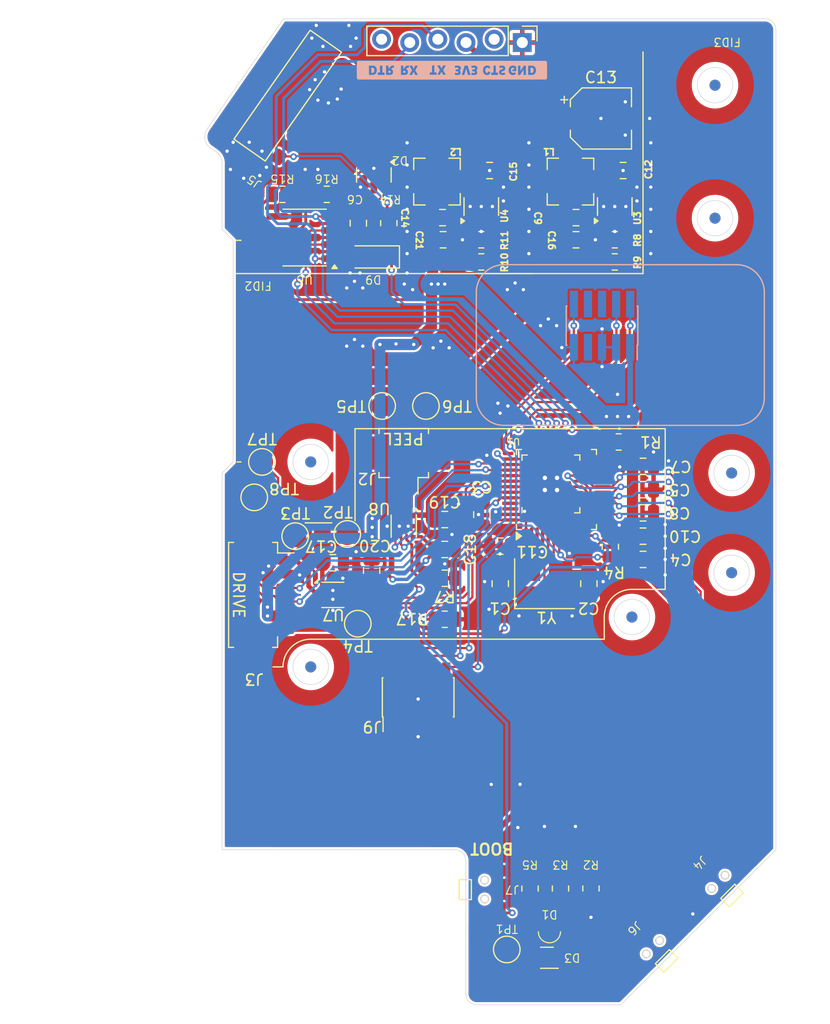
<source format=kicad_pcb>
(kicad_pcb (version 20241229) (generator "pcbnew") (generator_version "9.0")
  (layers (0 "F.Cu" signal) (2 "B.Cu" signal) (13 "F.Paste" user) (15 "B.Paste" user) (5 "F.SilkS" user "F.Silkscreen") (7 "B.SilkS" user "B.Silkscreen") (1 "F.Mask" user) (3 "B.Mask" user) (25 "Edge.Cuts" user))
  (net 0 "")
  (net 1 "GND")
  (net 2 "+3V3")
  (net 3 "RESET")
  (net 4 "+VDC")
  (net 5 "OSC_IN")
  (net 6 "Net-(U3-BOOT)")
  (net 7 "MCU_RX")
  (net 8 "MCU_TX")
  (net 9 "1WIRE")
  (net 10 "RS-485-")
  (net 11 "RS-485+")
  (net 12 "SWDIO")
  (net 13 "SWCLK")
  (net 14 "OSC_OUT")
  (net 15 "Net-(D1-BK)")
  (net 16 "Net-(D1-GK)")
  (net 17 "Net-(U3-SW)")
  (net 18 "SW1")
  (net 19 "SW2")
  (net 20 "+10V")
  (net 21 "PEEL1")
  (net 22 "PEEL2")
  (net 23 "DRIVE2")
  (net 24 "DRIVE1")
  (net 25 "BOOT0")
  (net 26 "DE")
  (net 30 "Net-(J5-Pin_5)")
  (net 33 "DRIVE_QUAD_A")
  (net 34 "DRIVE_QUAD_B")
  (net 36 "Net-(U3-FB)")
  (net 37 "Net-(U4-BOOT)")
  (net 38 "Net-(U6-A)")
  (net 39 "Net-(U6-B)")
  (net 44 "~{RE}")
  (net 45 "DRIVE_M1")
  (net 46 "DRIVE_M2")
  (net 47 "PEEL_M1")
  (net 48 "PEEL_M2")
  (net 58 "DTR")
  (net 59 "CTS")
  (net 60 "LED_R")
  (net 61 "LED_G")
  (net 62 "LED_B")
  (net 63 "PA1")
  (net 64 "PA0")
  (net 65 "MOTOR_ENABLE")
  (net 66 "PA3")
  (net 72 "Net-(D1-RK)")
  (net 73 "Net-(U4-SW)")
  (net 74 "Net-(U4-FB)")
  (footprint "Feeder:M3_Countersunk" (layer "F.Cu") (at 109.3 69.8)
    (property "Reference" "H4" (hide yes))
    (property "Value" "" (hide yes))
    (fp_circle (center 0 0) (end 1.6 0) (stroke (width 0.05)) (fill no) (layer "Edge.Cuts"))
  )
  (footprint "TestPoint:TestPoint_Pad_D2.0mm" (layer "F.Cu") (at 107.9 76.5 180)
    (property "Reference" "TP3")
    (property "Value" "TP_DRIVE_M1")
  )
  (footprint "Feeder:M3_Countersunk" (layer "F.Cu") (at 145.8 47.8)
    (property "Reference" "H2" (hide yes))
    (property "Value" "" (hide yes))
    (fp_circle (center 0 0) (end 1.6 0) (stroke (width 0.05)) (fill no) (layer "Edge.Cuts"))
  )
  (footprint "Resistor_SMD:R_0805_2012Metric" (layer "F.Cu") (at 124.699999 51.75 180)
    (property "Reference" "R10")
    (property "Value" "23.2k")
  )
  (footprint "Capacitor_SMD:C_0805_2012Metric" (layer "F.Cu") (at 139.3 78.6 180)
    (property "Reference" "C4")
    (property "Value" "100n")
  )
  (footprint "Capacitor_SMD:C_0805_2012Metric" (layer "F.Cu") (at 137.5 43.5)
    (property "Reference" "C12")
    (property "Value" "2.2u")
  )
  (footprint "index:MHS110FRGBCT" (layer "F.Cu") (at 130.85 112.3)
    (property "Reference" "D1")
    (property "Value" "LED_RGBA")
  )
  (footprint "Package_SON:WSON-8-1EP_2x2mm_P0.5mm_EP0.9x1.6mm" (layer "F.Cu") (at 111.3 81.8)
    (property "Reference" "U7")
    (property "Value" "DRV8837")
  )
  (footprint "Resistor_SMD:R_0805_2012Metric" (layer "F.Cu") (at 129.1 108.3 -90)
    (property "Reference" "R5")
    (property "Value" "470")
  )
  (footprint "Resistor_SMD:R_0805_2012Metric" (layer "F.Cu") (at 124.699999 49.75)
    (property "Reference" "R11")
    (property "Value" "10K")
  )
  (footprint "Diode_SMD:D_SOD-123" (layer "F.Cu") (at 114.95 51.3 180)
    (property "Reference" "D9")
    (property "Value" "MMSZ4684T1G")
  )
  (footprint "Resistor_SMD:R_0805_2012Metric" (layer "F.Cu") (at 121.4 80.3 180)
    (property "Reference" "R7")
    (property "Value" "10K")
  )
  (footprint "Resistor_SMD:R_0805_2012Metric" (layer "F.Cu") (at 136.35 77.45 90)
    (property "Reference" "R4")
    (property "Value" "10K")
  )
  (footprint "Package_QFP:LQFP-48_7x7mm_P0.5mm" (layer "F.Cu") (at 131.486665 72.28726 90)
    (property "Reference" "U1")
    (property "Value" "STM32F031C6Tx")
  )
  (footprint "Feeder:L_4018" (layer "F.Cu") (at 132.75 44.5 180)
    (property "Reference" "L1")
    (property "Value" "22u")
  )
  (footprint "Resistor_SMD:R_0805_2012Metric" (layer "F.Cu") (at 131.85 108.3 -90)
    (property "Reference" "R3")
    (property "Value" "470")
  )
  (footprint "Resistor_SMD:R_0805_2012Metric" (layer "F.Cu") (at 134.6 108.3 -90)
    (property "Reference" "R2")
    (property "Value" "470")
  )
  (footprint "Crystal:Crystal_SMD_3225-4Pin_3.2x2.5mm_HandSoldering" (layer "F.Cu") (at 130.41226 80.788095)
    (property "Reference" "Y1")
    (property "Value" "8MHz")
  )
  (footprint "Capacitor_SMD:C_0805_2012Metric" (layer "F.Cu") (at 121.25 49.75)
    (property "Reference" "C21")
    (property "Value" "10u")
  )
  (footprint "Capacitor_SMD:C_0805_2012Metric" (layer "F.Cu") (at 133.25 47.75)
    (property "Reference" "C9")
    (property "Value" "100n")
  )
  (footprint "feeder:SWD-No-Paste" (layer "F.Cu") (at 119 91.05 90)
    (property "Reference" "J9")
    (property "Value" "SWD_10")
  )
  (footprint "TestPoint:TestPoint_Pad_D2.0mm" (layer "F.Cu") (at 104.2 73 180)
    (property "Reference" "TP8")
    (property "Value" "TP_QUAD_B")
  )
  (footprint "TestPoint:TestPoint_Pad_D2.0mm" (layer "F.Cu") (at 115.75 64.75 180)
    (property "Reference" "TP5")
    (property "Value" "TP_PEEL_M2")
  )
  (footprint "Capacitor_SMD:C_0805_2012Metric" (layer "F.Cu") (at 139.3 70.2 180)
    (property "Reference" "C7")
    (property "Value" "100n")
  )
  (footprint "TestPoint:TestPoint_Pad_D2.0mm" (layer "F.Cu") (at 104.9 69.8 180)
    (property "Reference" "TP7")
    (property "Value" "TP_QUAD_A")
  )
  (footprint "Capacitor_SMD:C_0805_2012Metric" (layer "F.Cu") (at 133.25 49.75)
    (property "Reference" "C16")
    (property "Value" "10u")
  )
  (footprint "Fiducial:Fiducial_1mm_Mask2mm" (layer "F.Cu") (at 125.05 117.1 180)
    (property "Reference" "FID1" (hide yes))
    (property "Value" "Fiducial")
  )
  (footprint "Capacitor_SMD:C_0805_2012Metric" (layer "F.Cu") (at 121.4 75 180)
    (property "Reference" "C19")
    (property "Value" "100n")
  )
  (footprint "TestPoint:TestPoint_Pad_D2.0mm" (layer "F.Cu") (at 127 113.8 180)
    (property "Reference" "TP1")
    (property "Value" "TP_3V3")
  )
  (footprint "Feeder:M3_Countersunk" (layer "F.Cu") (at 109.3 88.3)
    (property "Reference" "H3" (hide yes))
    (property "Value" "" (hide yes))
    (fp_circle (center 0 0) (end 1.6 0) (stroke (width 0.05)) (fill no) (layer "Edge.Cuts"))
  )
  (footprint "Fiducial:Fiducial_1mm_Mask2mm" (layer "F.Cu") (at 104.55 55.55 180)
    (property "Reference" "FID2")
    (property "Value" "Fiducial")
  )
  (footprint "Package_TO_SOT_SMD:SOT-23" (layer "F.Cu") (at 115 43.9 -90)
    (property "Reference" "D2")
    (property "Value" "SM712_SOT23")
  )
  (footprint "Capacitor_SMD:C_0805_2012Metric" (layer "F.Cu") (at 124.75 74.55 -90)
    (property "Reference" "C3")
    (property "Value" "100n")
  )
  (footprint "feeder:1TS003B-1400-3500A-CT" (layer "F.Cu") (at 140.2 113.6 -135)
    (property "Reference" "J6")
    (property "Value" "SW2")
    (fp_circle (center 0.85 0) (end 1.2 0) (stroke (width 0.12)) (fill no) (layer "Edge.Cuts"))
    (fp_circle (center -0.85 0) (end -0.499999 0) (stroke (width 0.12)) (fill no) (layer "Edge.Cuts"))
  )
  (footprint "TestPoint:TestPoint_Pad_D2.0mm" (layer "F.Cu") (at 119.7 64.75 180)
    (property "Reference" "TP6")
    (property "Value" "TP_PEEL_M1")
  )
  (footprint "Resistor_SMD:R_0805_2012Metric" (layer "F.Cu") (at 121.4 84 180)
    (property "Reference" "R17")
    (property "Value" "10K")
  )
  (footprint "Capacitor_SMD:CP_Elec_5x5.3" (layer "F.Cu") (at 135.5 38.8)
    (property "Reference" "C13")
    (property "Value" "22u")
  )
  (footprint "Feeder:M3_Countersunk" (layer "F.Cu") (at 145.8 35.8)
    (property "Reference" "H1" (hide yes))
    (property "Value" "" (hide yes))
    (fp_circle (center 0 0) (end 1.6 0) (stroke (width 0.05)) (fill no) (layer "Edge.Cuts"))
  )
  (footprint "Package_SON:WSON-8-1EP_2x2mm_P0.5mm_EP0.9x1.6mm" (layer "F.Cu") (at 117.7 75.6 -90)
    (property "Reference" "U8")
    (property "Value" "DRV8837")
  )
  (footprint "feeder:UART_FRICTION_FIT" (layer "F.Cu") (at 128.4 31.8 -90)
    (property "Reference" "J8" (hide yes))
    (property "Value" "USART1")
  )
  (footprint "Resistor_SMD:R_0805_2012Metric" (layer "F.Cu") (at 106.75 45.65)
    (property "Reference" "R15")
    (property "Value" "20R")
  )
  (footprint "Connector_Molex:Molex_PicoBlade_53261-0671_1x06-1MP_P1.25mm_Horizontal" (layer "F.Cu") (at 104.6 81.8 -90)
    (property "Reference" "J3")
    (property "Value" "DRIVE_MOTOR")
  )
  (footprint "Capacitor_SMD:C_0805_2012Metric" (layer "F.Cu") (at 139.3 72.3 180)
    (property "Reference" "C5")
    (property "Value" "100n")
  )
  (footprint "Feeder:M3_Countersunk" (layer "F.Cu") (at 147.3 79.8)
    (property "Reference" "H6" (hide yes))
    (property "Value" "" (hide yes))
    (fp_circle (center 0 0) (end 1.6 0) (stroke (width 0.05)) (fill no) (layer "Edge.Cuts"))
  )
  (footprint "Capacitor_SMD:C_0805_2012Metric" (layer "F.Cu") (at 121.4 77.7 180)
    (property "Reference" "C18")
    (property "Value" "100n")
  )
  (footprint "Feeder:M3_Countersunk" (layer "F.Cu") (at 138.3 83.8)
    (property "Reference" "H5" (hide yes))
    (property "Value" "" (hide yes))
    (fp_circle (center 0 0) (end 1.6 0) (stroke (width 0.05)) (fill no) (layer "Edge.Cuts"))
  )
  (footprint "feeder:1TS003B-1400-3500A-CT" (layer "F.Cu") (at 125 108.4 90)
    (property "Reference" "J7")
    (property "Value" "SW1")
    (fp_circle (center 0.85 0) (end 1.2 0) (stroke (width 0.12)) (fill no) (layer "Edge.Cuts"))
    (fp_circle (center -0.85 0) (end -0.5 0) (stroke (width 0.12)) (fill no) (layer "Edge.Cuts"))
  )
  (footprint "Resistor_SMD:R_0805_2012Metric" (layer "F.Cu") (at 136.75 49.75)
    (property "Reference" "R8")
    (property "Value" "10K")
  )
  (footprint "Capacitor_SMD:C_0805_2012Metric" (layer "F.Cu") (at 113.6 48.25 -90)
    (property "Reference" "C6")
    (property "Value" "15p")
  )
  (footprint "Connector_Molex:Molex_PicoBlade_53261-0271_1x02-1MP_P1.25mm_Horizontal" (layer "F.Cu") (at 117.7 69.5 180)
    (property "Reference" "J2")
    (property "Value" "PEEL_MOTOR")
  )
  (footprint "Feeder:L_4018" (layer "F.Cu") (at 120.699999 44.5 180)
    (property "Reference" "L2")
    (property "Value" "22u")
  )
  (footprint "TestPoint:TestPoint_Pad_D2.0mm" (layer "F.Cu") (at 113.55 84.4 180)
    (property "Reference" "TP4")
    (property "Value" "TP_DRIVE_M2")
  )
  (footprint "Feeder:M3_Countersunk" (layer "F.Cu") (at 147.3 70.8)
    (property "Reference" "H7" (hide yes))
    (property "Value" "" (hide yes))
    (fp_circle (center 0 0) (end 1.6 0) (stroke (width 0.05)) (fill no) (layer "Edge.Cuts"))
  )
  (footprint "Package_SO:SOIC-8_3.9x4.9mm_P1.27mm" (layer "F.Cu") (at 108.75 49.55 180)
    (property "Reference" "U6")
    (property "Value" "MAX3078E")
  )
  (footprint "Resistor_SMD:R_0805_2012Metric" (layer "F.Cu") (at 116.35 48.25 90)
    (property "Reference" "R14")
    (property "Value" "220R")
  )
  (footprint "Resistor_SMD:R_0805_2012Metric" (layer "F.Cu") (at 137.1 68)
    (property "Reference" "R1")
    (property "Value" "1k")
  )
  (footprint "Capacitor_SMD:C_0805_2012Metric" (layer "F.Cu") (at 126.4 77.4)
    (property "Reference" "C11")
    (property "Value" "4.7uF")
  )
  (footprint "Resistor_SMD:R_0805_2012Metric" (layer "F.Cu") (at 136.75 51.75 180)
    (property "Reference" "R9")
    (property "Value" "90.9k")
  )
  (footprint "Capacitor_SMD:C_0805_2012Metric" (layer "F.Cu") (at 121.199999 47.75)
    (property "Reference" "C14")
    (property "Value" "100n")
  )
  (footprint "Resistor_SMD:R_0805_2012Metric" (layer "F.Cu") (at 110.75 45.65)
    (property "Reference" "R16")
    (property "Value" "20R")
  )
  (footprint "feeder:QFN-32-No-Paste" (layer "F.Cu") (at 130.986665 71.78726 90)
    (property "Reference" "U2" (hide yes))
    (property "Value" "STM32F031K6Ux")
  )
  (footprint "Capacitor_SMD:C_0805_2012Metric" (layer "F.Cu") (at 111.3 78.9 180)
    (property "Reference" "C17")
    (property "Value" "100n")
  )
  (footprint "Package_TO_SOT_SMD:SOT-23-6" (layer "F.Cu") (at 136.75 46.75 90)
    (property "Reference" "U3")
    (property "Value" "LV3842X")
  )
  (footprint "Capacitor_SMD:C_0805_2012Metric" (layer "F.Cu") (at 126.41226 80.788095 90)
    (property "Reference" "C1")
    (property "Value" "15p")
  )
  (footprint "Capacitor_SMD:C_0805_2012Metric" (layer "F.Cu") (at 139.3 74.4 180)
    (property "Reference" "C8")
    (property "Value" "4.7uF")
  )
  (footprint "Package_TO_SOT_SMD:SOT-23-6" (layer "F.Cu") (at 124.699999 46.75 90)
    (property "Reference" "U4")
    (property "Value" "LV3842X" (hide yes))
  )
  (footprint "feeder:AVX-9155-005-541" (layer "F.Cu") (at 109.209307 38.133189 -125)
    (property "Reference" "J5")
    (property "Value" "SPRING_FINGERS")
  )
  (footprint "Capacitor_SMD:C_0805_2012Metric" (layer "F.Cu") (at 134.41226 80.788095 -90)
    (property "Reference" "C2")
    (property "Value" "15p")
  )
  (footprint "Fiducial:Fiducial_1mm_Mask2mm" (layer "F.Cu") (at 149.4 31.9 180)
    (property "Reference" "FID3")
    (property "Value" "Fiducial")
  )
  (footprint "LED_SMD:LED_LiteOn_LTST-C19HE1WT" (layer "F.Cu") (at 130.85 114.55 -90)
    (property "Reference" "D3")
    (property "Value" "LED_RGBA_ALT")
  )
  (footprint "Capacitor_SMD:C_0805_2012Metric" (layer "F.Cu") (at 139.3 76.5 180)
    (property "Reference" "C10")
    (property "Value" "4.7uF")
  )
  (footprint "feeder:1TS003B-1400-3500A-CT" (layer "F.Cu") (at 146.1 107.7 -135)
    (property "Reference" "J4")
    (property "Value" "SW1")
    (fp_circle (center 0.85 0) (end 1.2 0) (stroke (width 0.12)) (fill no) (layer "Edge.Cuts"))
    (fp_circle (center -0.85 0) (end -0.499999 0) (stroke (width 0.12)) (fill no) (layer "Edge.Cuts"))
  )
  (footprint "Capacitor_SMD:C_0805_2012Metric" (layer "F.Cu") (at 125.449999 43.5)
    (property "Reference" "C15")
    (property "Value" "2.2u")
  )
  (footprint "TestPoint:TestPoint_Pad_D2.0mm" (layer "F.Cu") (at 112.6 76.3 180)
    (property "Reference" "TP2")
    (property "Value" "TP_10V")
  )
  (footprint "Capacitor_SMD:C_0805_2012Metric" (layer "F.Cu") (at 114.8 79.6 -90)
    (property "Reference" "C20")
    (property "Value" "100n")
  )
  (footprint "LOGO" (layer "B.Cu") (at 122.050001 33.355188 180)
    (property "Reference" "G***" (hide yes))
    (property "Value" "LOGO" (hide yes))
  )
  (footprint "Connector_PinHeader_1.27mm:PinHeader_2x05_P1.27mm_Vertical_SMD" (layer "B.Cu") (at 135.6 57.5 90)
    (property "Reference" "J1" (hide yes))
    (property "Value" "SWD_10")
  )
  (gr_rect (start 122.499999 45.1) (end 123.699999 46.15) (stroke (width 0.2)) (fill yes) (layer "F.Cu") (net 73))
  (gr_rect (start 134.55 45.1) (end 135.75 46.15) (stroke (width 0.2)) (fill yes) (layer "F.Cu") (net 17))
  (gr_line (start 139.3 52.8) (end 102.6 52.8) (stroke (width 0.12)) (layer "F.SilkS"))
  (gr_arc (start 106.8 88.3) (mid 107.532233 86.532233) (end 109.3 85.8) (stroke (width 0.12)) (layer "F.SilkS"))
  (gr_line (start 103 49.8) (end 102.6 49.8) (stroke (width 0.12)) (layer "F.SilkS"))
  (gr_line (start 108.8 75.3) (end 111.2 75.3) (stroke (width 0.12)) (layer "F.SilkS"))
  (gr_line (start 135.8 85.8) (end 135.8 83.8) (stroke (width 0.12)) (layer "F.SilkS"))
  (gr_line (start 105.9 88.3) (end 106.8 88.3) (stroke (width 0.12)) (layer "F.SilkS"))
  (gr_arc (start 135.8 83.8) (mid 136.532233 82.032233) (end 138.3 81.3) (stroke (width 0.12)) (layer "F.SilkS"))
  (gr_line (start 141.3 66.8) (end 141.3 81.3) (stroke (width 0.12)) (layer "F.SilkS"))
  (gr_line (start 139.3 32.8) (end 139.3 52.8) (stroke (width 0.12)) (layer "F.SilkS"))
  (gr_line (start 129.3 52.8) (end 121.3 52.8) (stroke (width 0.12)) (layer "F.SilkS"))
  (gr_line (start 138.3 81.3) (end 141.3 81.3) (stroke (width 0.12)) (layer "F.SilkS"))
  (gr_line (start 113.3 66.8) (end 141.3 66.8) (stroke (width 0.12)) (layer "F.SilkS"))
  (gr_line (start 109.3 85.8) (end 135.8 85.8) (stroke (width 0.12)) (layer "F.SilkS"))
  (gr_line (start 113.3 66.8) (end 113.3 75.1) (stroke (width 0.12)) (layer "F.SilkS"))
  (gr_line (start 103 69.8) (end 102.65 69.8) (stroke (width 0.12)) (layer "F.SilkS"))
  (gr_arc (start 124.25 54.5) (mid 124.982233 52.732233) (end 126.75 52) (stroke (width 0.12)) (layer "B.SilkS"))
  (gr_arc (start 147.75 52) (mid 149.517767 52.732233) (end 150.25 54.5) (stroke (width 0.12)) (layer "B.SilkS"))
  (gr_line (start 126.75 52) (end 147.75 52) (stroke (width 0.12)) (layer "B.SilkS"))
  (gr_arc (start 126.75 66.5) (mid 124.982233 65.767767) (end 124.25 64) (stroke (width 0.12)) (layer "B.SilkS"))
  (gr_line (start 147.75 66.5) (end 126.75 66.5) (stroke (width 0.12)) (layer "B.SilkS"))
  (gr_line (start 150.25 54.5) (end 150.25 64) (stroke (width 0.12)) (layer "B.SilkS"))
  (gr_arc (start 150.25 64) (mid 149.517767 65.767767) (end 147.75 66.5) (stroke (width 0.12)) (layer "B.SilkS"))
  (gr_line (start 124.25 64) (end 124.25 54.5) (stroke (width 0.12)) (layer "B.SilkS"))
  (gr_arc (start 122.292893 104.807107) (mid 123.000019 105.097067) (end 123.3 105.8) (stroke (width 0.05)) (layer "Edge.Cuts"))
  (gr_line (start 126.85 29.8) (end 150.3 29.8) (stroke (width 0.05)) (layer "Edge.Cuts"))
  (gr_line (start 101.3 104.8) (end 122.292893 104.807107) (stroke (width 0.05)) (layer "Edge.Cuts"))
  (gr_line (start 101.3 48.8) (end 101.3 42.875) (stroke (width 0.05)) (layer "Edge.Cuts"))
  (gr_line (start 102.3 49.8) (end 102.3 69.8) (stroke (width 0.05)) (layer "Edge.Cuts"))
  (gr_line (start 151.3 104.8) (end 151.3 30.8) (stroke (width 0.05)) (layer "Edge.Cuts"))
  (gr_line (start 126.85 29.8) (end 106.85 29.8) (stroke (width 0.05)) (layer "Edge.Cuts"))
  (gr_line (start 102.3 69.8) (end 101.3 70.8) (stroke (width 0.05)) (layer "Edge.Cuts"))
  (gr_arc (start 100.275 41.475) (mid 99.753682 40.680103) (end 99.95 39.75) (stroke (width 0.05)) (layer "Edge.Cuts"))
  (gr_line (start 101.3 104.8) (end 101.3 70.8) (stroke (width 0.05)) (layer "Edge.Cuts"))
  (gr_line (start 100.7875 41.8375) (end 100.275 41.475) (stroke (width 0.05)) (layer "Edge.Cuts"))
  (gr_line (start 99.95 39.75) (end 106.85 29.8) (stroke (width 0.05)) (layer "Edge.Cuts"))
  (gr_arc (start 150.3 29.8) (mid 151.007107 30.092893) (end 151.3 30.8) (stroke (width 0.05)) (layer "Edge.Cuts"))
  (gr_line (start 102.3 49.8) (end 101.3 48.8) (stroke (width 0.05)) (layer "Edge.Cuts"))
  (gr_arc (start 100.7875 41.8375) (mid 101.176282 42.290782) (end 101.3 42.875) (stroke (width 0.05)) (layer "Edge.Cuts"))
  (gr_arc (start 124.3 118.8) (mid 123.595401 118.506673) (end 123.307107 117.8) (stroke (width 0.05)) (layer "Edge.Cuts"))
  (gr_line (start 123.3 105.8) (end 123.307107 117.8) (stroke (width 0.05)) (layer "Edge.Cuts"))
  (gr_line (start 124.3 118.8) (end 137.3 118.8) (stroke (width 0.05)) (layer "Edge.Cuts"))
  (gr_line (start 151.3 104.8) (end 137.3 118.8) (stroke (width 0.05)) (layer "Edge.Cuts"))
  (gr_text "PEEL" (at 117.7 67.7 180) (layer "F.SilkS") (effects (font (size 1 1))))
  (gr_text "BOOT" (at 125.65 104.7 180) (layer "F.SilkS") (effects (font (size 1 1) (thickness 0.2))))
  (gr_text "DRIVE" (at 102.8 81.8 270) (layer "F.SilkS") (effects (font (size 1 1))))
  (segment (start 126.199999 46.75) (end 126.699999 46.25) (width 0.5) (layer "F.Cu") (net 1))
  (segment (start 124.699999 47.8875) (end 124.699999 49) (width 0.5) (layer "F.Cu") (net 1))
  (segment (start 130.187165 77.9) (end 129.6 77.9) (width 0.2) (layer "F.Cu") (net 1))
  (segment (start 136.75 49) (end 136 49.75) (width 0.5) (layer "F.Cu") (net 1))
  (segment (start 138.449999 43.500001) (end 138.25 43.5) (width 0.5) (layer "F.Cu") (net 1))
  (segment (start 110.35 82.55) (end 110.95 82.55) (width 0.2) (layer "F.Cu") (net 1))
  (segment (start 117 74.7) (end 117 75.3) (width 0.2) (layer "F.Cu") (net 1))
  (segment (start 135.1 79) (end 135.5 79.4) (width 0.2) (layer "F.Cu") (net 1))
  (segment (start 124.699999 46.75) (end 125.699999 46.75) (width 0.5) (layer "F.Cu") (net 1))
  (segment (start 117 75.3) (end 117.3 75.6) (width 0.2) (layer "F.Cu") (net 1))
  (segment (start 128.85 78.55) (end 128.9 78.6) (width 0.2) (layer "F.Cu") (net 1))
  (segment (start 125.95 78.55) (end 128.85 78.55) (width 0.2) (layer "F.Cu") (net 1))
  (segment (start 138.75 46.25) (end 138.75 45.25) (width 0.5) (layer "F.Cu") (net 1))
  (segment (start 136.75 47.8875) (end 136.75 49) (width 0.5) (layer "F.Cu") (net 1))
  (segment (start 126.699999 46.25) (end 126.699999 45) (width 0.5) (layer "F.Cu") (net 1))
  (segment (start 132.65 78.05) (end 132.236665 77.636665) (width 0.2) (layer "F.Cu") (net 1))
  (segment (start 125.43774 82.195002) (end 125.43774 79.06226) (width 0.2) (layer "F.Cu") (net 1))
  (segment (start 110.95 82.55) (end 111.3 82.2) (width 0.2) (layer "F.Cu") (net 1))
  (segment (start 116.95 74.65) (end 117 74.7) (width 0.2) (layer "F.Cu") (net 1))
  (segment (start 128.329165 74.53726) (end 128.604165 74.26226) (width 0.2) (layer "F.Cu") (net 1))
  (segment (start 132.75 78.05) (end 133.7 79) (width 0.2) (layer "F.Cu") (net 1))
  (segment (start 134.41226 81.738095) (end 134.21226 81.938095) (width 0.2) (layer "F.Cu") (net 1))
  (segment (start 137.75 46.75) (end 138.25 46.75) (width 0.5) (layer "F.Cu") (net 1))
  (segment (start 132.236665 77.636665) (end 132.236665 76.44976) (width 0.2) (layer "F.Cu") (net 1))
  (segment (start 138.75 45.25) (end 138.75 43.800001) (width 0.5) (layer "F.Cu") (net 1))
  (segment (start 124.699999 47.8875) (end 124.699999 46.75) (width 0.5) (layer "F.Cu") (net 1))
  (segment (start 123.949999 49.75) (end 123.787499 49.75) (width 0.5) (layer "F.Cu") (net 1))
  (segment (start 128.9 78.6) (end 128.9 79.575835) (width 0.2) (layer "F.Cu") (net 1))
  (segment (start 126.61226 79.638095) (end 128.96226 79.638095) (width 0.2) (layer "F.Cu") (net 1))
  (segment (start 126.399998 43.500001) (end 126.199999 43.5) (width 0.5) (layer "F.Cu") (net 1))
  (segment (start 122.2 49.75) (end 123 49.75) (width 0.75) (layer "F.Cu") (net 1))
  (segment (start 134.199999 49.75) (end 135 49.75) (width 0.75) (layer "F.Cu") (net 1))
  (segment (start 133.7 79) (end 135.1 79) (width 0.2) (layer "F.Cu") (net 1))
  (segment (start 126.399998 43.500001) (end 125.449999 43.5) (width 0.5) (layer "F.Cu") (net 1))
  (segment (start 138.449999 43.500001) (end 137.5 43.5) (width 0.5) (layer "F.Cu") (net 1))
  (segment (start 135.5 82.4) (end 134.8 83.1) (width 0.2) (layer "F.Cu") (net 1))
  (segment (start 126.4 78.1) (end 126.15 78.1) (width 0.25) (layer "F.Cu") (net 1))
  (segment (start 134.21226 81.938095) (end 131.86226 81.938095) (width 0.2) (layer "F.Cu") (net 1))
  (segment (start 126.15 78.1) (end 125.45 77.4) (width 0.25) (layer "F.Cu") (net 1))
  (segment (start 134.8 83.1) (end 131.9 83.1) (width 0.2) (layer "F.Cu") (net 1))
  (segment (start 125.699999 46.75) (end 126.199999 46.75) (width 0.5) (layer "F.Cu") (net 1))
  (segment (start 128.9 79.575835) (end 128.96226 79.638095) (width 0.2) (layer "F.Cu") (net 1))
  (segment (start 124.699999 49) (end 123.949999 49.75) (width 0.5) (layer "F.Cu") (net 1))
  (segment (start 138.75 43.800001) (end 138.449999 43.500001) (width 0.5) (layer "F.Cu") (net 1))
  (segment (start 131.9 83.1) (end 126.342738 83.1) (width 0.2) (layer "F.Cu") (net 1))
  (segment (start 126.699999 43.800001) (end 126.399998 43.500001) (width 0.5) (layer "F.Cu") (net 1))
  (segment (start 136.75 46.75) (end 137.75 46.75) (width 0.5) (layer "F.Cu") (net 1))
  (segment (start 126.342738 83.1) (end 125.43774 82.195002) (width 0.2) (layer "F.Cu") (net 1))
  (segment (start 123 49.75) (end 123.787499 49.75) (width 0.75) (layer "F.Cu") (net 1))
  (segment (start 125.43774 79.06226) (end 125.95 78.55) (width 0.2) (layer "F.Cu") (net 1))
  (segment (start 135 49.75) (end 135.8375 49.75) (width 0.75) (layer "F.Cu") (net 1))
  (segment (start 126.699999 45) (end 126.699999 43.800001) (width 0.5) (layer "F.Cu") (net 1))
  (segment (start 131.86226 83.06226) (end 131.9 83.1) (width 0.2) (layer "F.Cu") (net 1))
  (segment (start 138.25 46.75) (end 138.75 46.25) (width 0.5) (layer "F.Cu") (net 1))
  (segment (start 129.6 77.9) (end 128.9 78.6) (width 0.2) (layer "F.Cu") (net 1))
  (segment (start 127.324165 74.53726) (end 128.329165 74.53726) (width 0.2) (layer "F.Cu") (net 1))
  (segment (start 136 49.75) (end 135.8375 49.75) (width 0.5) (layer "F.Cu") (net 1))
  (segment (start 132.65 78.05) (end 132.75 78.05) (width 0.2) (layer "F.Cu") (net 1))
  (segment (start 135.5 79.4) (end 135.5 82.4) (width 0.2) (layer "F.Cu") (net 1))
  (segment (start 131.86226 81.938095) (end 131.86226 83.06226) (width 0.2) (layer "F.Cu") (net 1))
  (segment (start 123.699999 46.75) (end 124.699999 46.75) (width 0.5) (layer "F.Cu") (net 1))
  (segment (start 126.41226 79.838095) (end 126.61226 79.638095) (width 0.2) (layer "F.Cu") (net 1))
  (segment (start 136.75 47.8875) (end 136.75 46.75) (width 0.5) (layer "F.Cu") (net 1))
  (segment (start 135.75 46.75) (end 136.75 46.75) (width 0.5) (layer "F.Cu") (net 1))
  (via (at 129 47) (size 0.6) (drill 0.3) (layers "F.Cu" "B.Cu") (net 1))
  (via (at 108.8 43.4) (size 0.6) (drill 0.3) (layers "F.Cu" "B.Cu") (net 1))
  (via (at 102.3 40.95) (size 0.6) (drill 0.3) (layers "F.Cu" "B.Cu") (net 1))
  (via (at 119 91.2) (size 0.6) (drill 0.3) (layers "F.Cu" "B.Cu") (net 1))
  (via (at 125 80.6) (size 0.6) (drill 0.3) (layers "F.Cu" "B.Cu") (net 1))
  (via (at 137.5 43.5) (size 0.6) (drill 0.3) (layers "F.Cu" "B.Cu") (net 1))
  (via (at 136.75 49) (size 0.6) (drill 0.3) (layers "F.Cu" "B.Cu") (net 1))
  (via (at 113.4 31.55) (size 0.6) (drill 0.3) (layers "F.Cu" "B.Cu") (net 1))
  (via (at 115 43.3) (size 0.6) (drill 0.3) (layers "F.Cu" "B.Cu") (net 1))
  (via (at 140 41) (size 0.6) (drill 0.3) (layers "F.Cu" "B.Cu") (net 1))
  (via (at 128 102.8) (size 0.6) (drill 0.3) (layers "F.Cu" "B.Cu") (net 1))
  (via (at 118 41) (size 0.6) (drill 0.3) (layers "F.Cu" "B.Cu") (net 1))
  (via (at 128.5 54.25) (size 0.6) (drill 0.3) (layers "F.Cu" "B.Cu") (net 1))
  (via (at 119 94.6) (size 0.6) (drill 0.3) (layers "F.Cu" "B.Cu") (net 1))
  (via (at 124.45 74.55) (size 0.6) (drill 0.3) (layers "F.Cu" "B.Cu") (net 1))
  (via (at 143.8 110.6) (size 0.6) (drill 0.3) (layers "F.Cu" "B.Cu") (net 1))
  (via (at 125.449999 43.5) (size 0.6) (drill 0.3) (layers "F.Cu" "B.Cu") (net 1))
  (via (at 105.5 79.2) (size 0.6) (drill 0.3) (layers "F.Cu" "B.Cu") (net 1))
  (via (at 140 45) (size 0.6) (drill 0.3) (layers "F.Cu" "B.Cu") (net 1))
  (via (at 137.75 46.75) (size 0.6) (drill 0.3) (layers "F.Cu" "B.Cu") (net 1))
  (via (at 112.85 52.75) (size 0.6) (drill 0.3) (layers "F.Cu" "B.Cu") (net 1))
  (via (at 112.75 30.4) (size 0.6) (drill 0.3) (layers "F.Cu" "B.Cu") (net 1))
  (via (at 108.3 80) (size 0.6) (drill 0.3) (layers "F.Cu" "B.Cu") (net 1))
  (via (at 130.4 102.7) (size 0.6) (drill 0.3) (layers "F.Cu" "B.Cu") (net 1))
  (via (at 127.75 53.65) (size 0.6) (drill 0.3) (layers "F.Cu" "B.Cu") (net 1))
  (via (at 124.699999 46.75) (size 0.6) (drill 0.3) (layers "F.Cu" "B.Cu") (net 1))
  (via (at 109.4 31.55) (size 0.6) (drill 0.3) (layers "F.Cu" "B.Cu") (net 1))
  (via (at 121.05 58.9) (size 0.6) (drill 0.3) (layers "F.Cu" "B.Cu") (net 1))
  (via (at 132.65 78.05) (size 0.6) (drill 0.3) (layers "F.Cu" "B.Cu") (net 1))
  (via (at 131.971016 59.478984) (size 0.6) (drill 0.3) (layers "F.Cu" "B.Cu") (net 1))
  (via (at 133.2 102.7) (size 0.6) (drill 0.3) (layers "F.Cu" "B.Cu") (net 1))
  (via (at 101.75 41.75) (size 0.6) (drill 0.3) (layers "F.Cu" "B.Cu") (net 1))
  (via (at 122.05 76.35) (size 0.6) (drill 0.3) (layers "F.Cu" "B.Cu") (net 1))
  (via (at 135.75 46.75) (size 0.6) (drill 0.3) (layers "F.Cu" "B.Cu") (net 1))
  (via (at 129 41) (size 0.6) (drill 0.3) (layers "F.Cu" "B.Cu") (net 1))
  (via (at 110.55 34.6) (size 0.6) (drill 0.3) (layers "F.Cu" "B.Cu") (net 1))
  (via (at 121.4 79) (size 0.6) (drill 0.3) (layers "F.Cu" "B.Cu") (net 1))
  (via (at 132.9 83.7) (size 0.6) (drill 0.3) (layers "F.Cu" "B.Cu") (net 1))
  (via (at 137.7 37.3) (size 0.6) (drill 0.3) (layers "F.Cu" "B.Cu") (net 1))
  (via (at 140.25 68.9) (size 0.6) (drill 0.3) (layers "F.Cu" "B.Cu") (net 1))
  (via (at 112.55 54.1) (size 0.6) (drill 0.3) (layers "F.Cu" "B.Cu") (net 1))
  (via (at 128.1 83.7) (size 0.6) (drill 0.3) (layers "F.Cu" "B.Cu") (net 1))
  (via (at 135.6 57.8) (size 0.6) (drill 0.3) (layers "F.Cu" "B.Cu") (net 1))
  (via (at 125.2 69.2) (size 0.6) (drill 0.3) (layers "F.Cu" "B.Cu") (net 1))
  (via (at 122.65 73.6) (size 0.6) (drill 0.3) (layers "F.Cu" "B.Cu") (net 1))
  (via (at 126.4 78.1) (size 0.6) (drill 0.3) (layers "F.Cu" "B.Cu") (net 1))
  (via (at 102.05 43.4) (size 0.6) (drill 0.3) (layers "F.Cu" "B.Cu") (net 1))
  (via (at 123.699999 46.75) (size 0.6) (drill 0.3) (layers "F.Cu" "B.Cu") (net 1))
  (via (at 135.7 80.6) (size 0.6) (drill 0.3) (layers "F.Cu" "B.Cu") (net 1))
  (via (at 128.2 98.9) (size 0.6) (drill 0.3) (layers "F.Cu" "B.Cu") (net 1))
  (via (at 113.25 58.75) (size 0.6) (drill 0.3) (layers "F.Cu" "B.Cu") (net 1))
  (via (at 104.7 43.95) (size 0.6) (drill 0.3) (layers "F.Cu" "B.Cu") (net 1))
  (via (at 129 51) (size 0.6) (drill 0.3) (layers "F.Cu" "B.Cu") (net 1))
  (via (at 113.8 45) (size 0.6) (drill 0.3) (layers "F.Cu" "B.Cu") (net 1))
  (via (at 130.436665 72.33726) (size 0.8) (drill 0.4) (layers "F.Cu" "B.Cu") (net 1))
  (via (at 141.6 69.7) (size 0.6) (drill 0.3) (layers "F.Cu" "B.Cu") (net 1))
  (via (at 138.75 46.25) (size 0.6) (drill 0.3) (layers "F.Cu" "B.Cu") (net 1))
  (via (at 131.5 57.5) (size 0.6) (drill 0.3) (layers "F.Cu" "B.Cu") (net 1))
  (via (at 121.8 59.5) (size 0.6) (drill 0.3) (layers "F.Cu" "B.Cu") (net 1))
  (via (at 131.536665 71.23726) (size 0.8) (drill 0.4) (layers "F.Cu" "B.Cu") (net 1))
  (via (at 129 49) (size 0.6) (drill 0.3) (layers "F.Cu" "B.Cu") (net 1))
  (via (at 113.25 53.5) (size 0.6) (drill 0.3) (layers "F.Cu" "B.Cu") (net 1))
  (via (at 125.4 83.1) (size 0.6) (drill 0.3) (layers "F.Cu" "B.Cu") (net 1))
  (via (at 126.699999 45) (size 0.6) (drill 0.3) (layers "F.Cu" "B.Cu") (net 1))
  (via (at 141.3 80) (size 0.6) (drill 0.3) (layers "F.Cu" "B.Cu") (net 1))
  (via (at 103.25 44.2) (size 0.6) (drill 0.3) (layers "F.Cu" "B.Cu") (net 1))
  (via (at 109.8 30.4) (size 0.6) (drill 0.3) (layers "F.Cu" "B.Cu") (net 1))
  (via (at 113.75 52.75) (size 0.6) (drill 0.3) (layers "F.Cu" "B.Cu") (net 1))
  (via (at 116.2 75.6) (size 0.6) (drill 0.3) (layers "F.Cu" "B.Cu") (net 1))
  (via (at 105 79.8) (size 0.6) (drill 0.3) (layers "F.Cu" "B.Cu") (net 1))
  (via (at 127.1 64.75) (size 0.6) (drill 0.3) (layers "F.Cu" "B.Cu") (net 1))
  (via (at 125.6 98.9) (size 0.6) (drill 0.3) (layers "F.Cu" "B.Cu") (net 1))
  (via (at 112.55 59.35) (size 0.6) (drill 0.3) (layers "F.Cu" "B.Cu") (net 1))
  (via (at 112.05 36.15) (size 0.6) (drill 0.3) (layers "F.Cu" "B.Cu") (net 1))
  (via (at 118 49) (size 0.6) (drill 0.3) (layers "F.Cu" "B.Cu") (net 1))
  (via (at 130.436665 71.23726) (size 0.8) (drill 0.4) (layers "F.Cu" "B.Cu") (net 1))
  (via (at 137.2 70.25) (size 0.6) (drill 0.3) (layers "F.Cu" "B.Cu") (net 1))
  (via (at 126.2 64.5) (size 0.6) (drill 0.3) (layers "F.Cu" "B.Cu") (net 1))
  (via (at 135.6 61.2) (size 0.6) (drill 0.3) (layers "F.Cu" "B.Cu") (net 1))
  (via (at 112.9 32.3) (size 0.6) (drill 0.3) (layers "F.Cu" "B.Cu") (net 1))
  (via (at 109.2 36.2) (size 0.6) (drill 0.3) (layers "F.Cu" "B.Cu") (net 1))
  (via (at 138.75 45) (size 0.6) (drill 0.3) (layers "F.Cu" "B.Cu") (net 1))
  (via (at 109.7 35.3) (size 0.6) (drill 0.3) (layers "F.Cu" "B.Cu") (net 1))
  (via (at 129 45) (size 0.6) (drill 0.3) (layers "F.Cu" "B.Cu") (net 1))
  (via (at 111.7 37.05) (size 0.6) (drill 0.3) (layers "F.Cu" "B.Cu") (net 1))
  (via (at 118 51) (size 0.6) (drill 0.3) (layers "F.Cu" "B.Cu") (net 1))
  (via (at 103.75 40.95) (size 0.6) (drill 0.3) (layers "F.Cu" "B.Cu") (net 1))
  (via (at 140 49) (size 0.6) (drill 0.3) (layers "F.Cu" "B.Cu") (net 1))
  (via (at 118 52.75) (size 0.6) (drill 0.3) (layers "F.Cu" "B.Cu") (net 1))
  (via (at 118.5 54.25) (size 0.6) (drill 0.3) (layers "F.Cu" "B.Cu") (net 1))
  (via (at 114 54.1) (size 0.6) (drill 0.3) (layers "F.Cu" "B.Cu") (net 1))
  (via (at 141.3 77.6) (size 0.6) (drill 0.3) (layers "F.Cu" "B.Cu") (net 1))
  (via (at 130.05 57.5) (size 0.6) (drill 0.3) (layers "F.Cu" "B.Cu") (net 1))
  (via (at 118.1 75.6) (size 0.6) (drill 0.3) (layers "F.Cu" "B.Cu") (net 1))
  (via (at 112.2 80.3) (size 0.6) (drill 0.3) (layers "F.Cu" "B.Cu") (net 1))
  (via (at 135 49.75) (size 0.6) (drill 0.3) (layers "F.Cu" "B.Cu") (net 1))
  (via (at 140 43) (size 0.6) (drill 0.3) (layers "F.Cu" "B.Cu") (net 1))
  (via (at 110.9 37.4) (size 0.6) (drill 0.3) (layers "F.Cu" "B.Cu") (net 1))
  (via (at 123 49.75) (size 0.6) (drill 0.3) (layers "F.Cu" "B.Cu") (net 1))
  (via (at 127.05 54.25) (size 0.6) (drill 0.3) (layers "F.Cu" "B.Cu") (net 1))
  (via (at 137.15 75.5) (size 0.6) (drill 0.3) (layers "F.Cu" "B.Cu") (net 1))
  (via (at 139.9 38.8) (size 0.6) (drill 0.3) (layers "F.Cu" "B.Cu") (net 1))
  (via (at 140 51) (size 0.6) (drill 0.3) (layers "F.Cu" "B.Cu") (net 1))
  (via (at 117.75 53.75) (size 0.6) (drill 0.3) (layers "F.Cu" "B.Cu") (net 1))
  (via (at 140 47) (size 0.6) (drill 0.3) (layers "F.Cu" "B.Cu") (net 1))
  (via (at 137.7 40.3) (size 0.6) (drill 0.3) (layers "F.Cu" "B.Cu") (net 1))
  (via (at 141.3 78.6) (size 0.6) (drill 0.3) (layers "F.Cu" "B.Cu") (net 1))
  (via (at 118 45) (size 0.6) (drill 0.3) (layers "F.Cu" "B.Cu") (net 1))
  (via (at 126.699999 46.25) (size 0.6) (drill 0.3) (layers "F.Cu" "B.Cu") (net 1))
  (via (at 105.3 43.2) (size 0.6) (drill 0.3) (layers "F.Cu" "B.Cu") (net 1))
  (via (at 109.95 37.15) (size 0.6) (drill 0.3) (layers "F.Cu" "B.Cu") (net 1))
  (via (at 111.3 82.2) (size 0.6) (drill 0.3) (layers "F.Cu" "B.Cu") (net 1))
  (via (at 109.95 43.4) (size 0.6) (drill 0.3) (layers "F.Cu" "B.Cu") (net 1))
  (via (at 126 74.3) (size 0.6) (drill 0.3) (layers "F.Cu" "B.Cu") (net 1))
  (via (at 104.9 41.75) (size 0.6) (drill 0.3) (layers "F.Cu" "B.Cu") (net 1))
  (via (at 120.35 59.5) (size 0.6) (drill 0.3) (layers "F.Cu" "B.Cu") (net 1))
  (via (at 113.4 77.9) (size 0.6) (drill 0.3) (layers "F.Cu" "B.Cu") (net 1))
  (via (at 111.3 83.2) (size 0.6) (drill 0.3) (layers "F.Cu" "B.Cu") (net 1))
  (via (at 110.4 32.3) (size 0.6) (drill 0.3) (layers "F.Cu" "B.Cu") (net 1))
  (via (at 126.4 65.4) (size 0.6) (drill 0.3) (layers "F.Cu" "B.Cu") (net 1))
  (via (at 130.75 56.9) (size 0.6) (drill 0.3) (layers "F.Cu" "B.Cu") (net 1))
  (via (at 135.5 38.8) (size 0.6) (drill 0.3) (layers "F.Cu" "B.Cu") (net 1))
  (via (at 124.699999 49) (size 0.6) (drill 0.3) (layers "F.Cu" "B.Cu") (net 1))
  (via (at 141.3 76.5) (size 0.6) (drill 0.3) (layers "F.Cu" "B.Cu") (net 1))
  (via (at 136.75 46.75) (size 0.6) (drill 0.3) (layers "F.Cu" "B.Cu") (net 1))
  (via (at 117.3 75.6) (size 0.6) (drill 0.3) (layers "F.Cu" "B.Cu") (net 1))
  (via (at 128.604165 74.26226) (size 0.6) (drill 0.3) (layers "F.Cu" "B.Cu") (net 1))
  (via (at 141.3 75.45) (size 0.6) (drill 0.3) (layers "F.Cu" "B.Cu") (net 1))
  (via (at 118 43) (size 0.6) (drill 0.3) (layers "F.Cu" "B.Cu") (net 1))
  (via (at 118 47) (size 0.6) (drill 0.3) (layers "F.Cu" "B.Cu") (net 1))
  (via (at 125.699999 46.75) (size 0.6) (drill 0.3) (layers "F.Cu" "B.Cu") (net 1))
  (via (at 129 43) (size 0.6) (drill 0.3) (layers "F.Cu" "B.Cu") (net 1))
  (via (at 131.536665 72.33726) (size 0.8) (drill 0.4) (layers "F.Cu" "B.Cu") (net 1))
  (via (at 134.6 110.9) (size 0.6) (drill 0.3) (layers "F.Cu" "B.Cu") (net 1))
  (via (at 111.3 81.4) (size 0.6) (drill 0.3) (layers "F.Cu" "B.Cu") (net 1))
  (via (at 137 63.7) (size 0.6) (drill 0.3) (layers "F.Cu" "B.Cu") (net 1))
  (via (at 130.187165 77.9) (size 0.6) (drill 0.3) (layers "F.Cu" "B.Cu") (net 1))
  (via (at 114 59.35) (size 0.6) (drill 0.3) (layers "F.Cu" "B.Cu") (net 1))
  (segment (start 132.736665 77.325257) (end 132.736665 76.44976) (width 0.2) (layer "F.Cu") (net 2))
  (segment (start 142.4 82.8) (end 138.35 78.75) (width 0.5) (layer "F.Cu") (net 2))
  (segment (start 112.75 81.05) (end 113.25 80.55) (width 0.3) (layer "F.Cu") (net 2))
  (segment (start 120.2 53.75) (end 121.4 53.75) (width 1) (layer "F.Cu") (net 2))
  (segment (start 123.32 31.95) (end 125.77 34.4) (width 0.5) (layer "F.Cu") (net 2))
  (segment (start 129.236665 74.53726) (end 129.236665 74.22476) (width 0.2) (layer "F.Cu") (net 2))
  (segment (start 127.7 111.9) (end 129.45 111.9) (width 0.5) (layer "F.Cu") (net 2))
  (segment (start 128.736665 76.44976) (end 128.30024 76.44976) (width 0.2) (layer "F.Cu") (net 2))
  (segment (start 129.5 70.65) (end 129.85 70.3) (width 0.2) (layer "F.Cu") (net 2))
  (segment (start 142.4 86.8) (end 142.4 82.8) (width 0.5) (layer "F.Cu") (net 2))
  (segment (start 130.85 115.499022) (end 130.649022 115.7) (width 0.2) (layer "F.Cu") (net 2))
  (segment (start 131.236665 73.598628) (end 131.236665 74.22476) (width 0.2) (layer "F.Cu") (net 2))
  (segment (start 124.065812 110.665812) (end 124.1 110.7) (width 0.5) (layer "F.Cu") (net 2))
  (segment (start 134.78726 69.53726) (end 135.649165 69.53726) (width 0.2) (layer "F.Cu") (net 2))
  (segment (start 138.35 70.2) (end 138.35 77.65) (width 1) (layer "F.Cu") (net 2))
  (segment (start 106.975 83.7) (end 105.4 83.7) (width 1) (layer "F.Cu") (net 2))
  (segment (start 116.7 80.4) (end 116.225 79.925) (width 0.3) (layer "F.Cu") (net 2))
  (segment (start 138.0125 68) (end 138.0125 65.7125) (width 1.5) (layer "F.Cu") (net 2))
  (segment (start 138 34.4) (end 141 37.4) (width 0.5) (layer "F.Cu") (net 2))
  (segment (start 125.77 34.4) (end 138 34.4) (width 0.5) (layer "F.Cu") (net 2))
  (segment (start 116.6 79.55) (end 115.6 80.55) (width 0.5) (layer "F.Cu") (net 2))
  (segment (start 138.35 70.2) (end 138.35 69.35) (width 1) (layer "F.Cu") (net 2))
  (segment (start 124.1 106.1) (end 124.065812 106.134188) (width 0.5) (layer "F.Cu") (net 2))
  (segment (start 124.4 106.1) (end 124.1 106.4) (width 0.4) (layer "F.Cu") (net 2))
  (segment (start 122.3 51.75) (end 123.787499 51.75) (width 0.3) (layer "F.Cu") (net 2))
  (segment (start 133.161408 77.75) (end 132.736665 77.325257) (width 0.2) (layer "F.Cu") (net 2))
  (segment (start 119.299999 46.693866) (end 119.098999 46.894866) (width 1) (layer "F.Cu") (net 2))
  (segment (start 116.6 78.3) (end 116.6 79.55) (width 0.5) (layer "F.Cu") (net 2))
  (segment (start 130.85 114.55) (end 130.85 115.499022) (width 0.2) (layer "F.Cu") (net 2))
  (segment (start 118.45 76.55) (end 119.3 76.55) (width 0.3) (layer "F.Cu") (net 2))
  (segment (start 130.425 114.125) (end 130.85 114.55) (width 0.2) (layer "F.Cu") (net 2))
  (segment (start 112.25 81.05) (end 112.75 81.05) (width 0.3) (layer "F.Cu") (net 2))
  (segment (start 127.324165 75.03726) (end 128.736665 75.03726) (width 0.2) (layer "F.Cu") (net 2))
  (segment (start 132.3 70.3) (end 132.736665 69.863335) (width 0.2) (layer "F.Cu") (net 2))
  (segment (start 118.6 59.2) (end 120.2 57.6) (width 1) (layer "F.Cu") (net 2))
  (segment (start 138.35 76.5) (end 136.3875 76.5) (width 0.25) (layer "F.Cu") (net 2))
  (segment (start 120.2 55.15) (end 120.2 54.25) (width 1) (layer "F.Cu") (net 2))
  (segment (start 129.5 73.1) (end 129.5 73.35) (width 0.2) (layer "F.Cu") (net 2))
  (segment (start 124.1 110.4) (end 124.4 110.7) (width 0.4) (layer "F.Cu") (net 2))
  (segment (start 129.5 73.35) (end 130.988037 73.35) (width 0.2) (layer "F.Cu") (net 2))
  (segment (start 124.1 106.1) (end 125.5 106.1) (width 0.5) (layer "F.Cu") (net 2))
  (segment (start 128.30024 76.44976) (end 127.35 77.4) (width 0.2) (layer "F.Cu") (net 2))
  (segment (start 116.51 94.2) (end 116.51 95.049022) (width 0.25) (layer "F.Cu") (net 2))
  (segment (start 128.736665 76.44976) (end 128.736665 75.03726) (width 0.2) (layer "F.Cu") (net 2))
  (segment (start 126.75 75.05) (end 126.76274 75.03726) (width 0.2) (layer "F.Cu") (net 2))
  (segment (start 136.3875 76.5) (end 136.35 76.5375) (width 0.25) (layer "F.Cu") (net 2))
  (segment (start 120.3 49.75) (end 122.3 51.75) (width 0.3) (layer "F.Cu") (net 2))
  (segment (start 119.299999 44.5) (end 119.299999 46.693866) (width 1) (layer "F.Cu") (net 2))
  (segment (start 124.1 110.7) (end 124.5 110.7) (width 0.5) (layer "F.Cu") (net 2))
  (segment (start 114.85 76.55) (end 116.35 78.05) (width 0.5) (layer "F.Cu") (net 2))
  (segment (start 120.2 57.6) (end 120.2 55.15) (width 1) (layer "F.Cu") (net 2))
  (segment (start 127 113.8) (end 127 112) (width 0.5) (layer "F.Cu") (net 2))
  (segment (start 133.8 77.75) (end 134.75 77.75) (width 0.2) (layer "F.Cu") (net 2))
  (segment (start 132.736665 69.863335) (end 132.736665 69.34976) (width 0.2) (layer "F.Cu") (net 2))
  (segment (start 124.1 105.1) (end 125.375 103.825) (width 0.5) (layer "F.Cu") (net 2))
  (segment (start 141 37.4) (end 141 62.725) (width 0.5) (layer "F.Cu") (net 2))
  (segment (start 125.375 103.825) (end 142.4 86.8) (width 0.5) (layer "F.Cu") (net 2))
  (segment (start 126 75.05) (end 125.55 75.5) (width 0.2) (layer "F.Cu") (net 2))
  (segment (start 134.59976 69.34976) (end 134.78726 69.53726) (width 0.2) (layer "F.Cu") (net 2))
  (segment (start 107.85 55.15) (end 120.2 55.15) (width 0.25) (layer "F.Cu") (net 2))
  (segment (start 130.988037 73.35) (end 131.236665 73.598628) (width 0.2) (layer "F.Cu") (net 2))
  (segment (start 115.6 80.55) (end 114.8 80.55) (width 0.5) (layer "F.Cu") (net 2))
  (segment (start 119.098999 46.894866) (end 119.098999 48.605134) (width 1) (layer "F.Cu") (net 2))
  (segment (start 115.55 59.2) (end 118.6 59.2) (width 1) (layer "F.Cu") (net 2))
  (segment (start 119.7 78.7) (end 120.45 77.95) (width 0.3) (layer "F.Cu") (net 2))
  (segment (start 138.0125 65.7125) (end 138 65.7) (width 1) (layer "F.Cu") (net 2))
  (segment (start 138.16274 69.53726) (end 138.35 69.35) (width 0.2) (layer "F.Cu") (net 2))
  (segment (start 116.35 78.05) (end 116.6 78.3) (width 0.5) (layer "F.Cu") (net 2))
  (segment (start 105.4 83.7) (end 105.4 82.9) (width 1) (layer "F.Cu") (net 2))
  (segment (start 107 83.675) (end 106.975 83.7) (width 1) (layer "F.Cu") (net 2))
  (segment (start 106.275 51.455) (end 106.275 53.575) (width 0.25) (layer "F.Cu") (net 2))
  (segment (start 125.5 106.1) (end 126.1 106.7) (width 0.5) (layer "F.Cu") (net 2))
  (segment (start 129.236665 73.613335) (end 129.5 73.35) (width 0.2) (layer "F.Cu") (net 2))
  (segment (start 138.35 69.35) (end 138.35 68.3375) (width 1) (layer "F.Cu") (net 2))
  (segment (start 125.55 75.5) (end 124.75 75.5) (width 0.2) (layer "F.Cu") (net 2))
  (segment (start 138 65.7) (end 136 65.7) (width 1.5) (layer "F.Cu") (net 2))
  (segment (start 124.1 106.4) (end 124.1 110.4) (width 0.4) (layer "F.Cu") (net 2))
  (segment (start 129.236665 74.22476) (end 129.236665 73.613335) (width 0.2) (layer "F.Cu") (net 2))
  (segment (start 125.7 111.9) (end 127.1 111.9) (width 0.5) (layer "F.Cu") (net 2))
  (segment (start 130.649022 115.7) (end 128.9 115.7) (width 0.2) (layer "F.Cu") (net 2))
  (segment (start 126.76274 75.03726) (end 127.324165 75.03726) (width 0.2) (layer "F.Cu") (net 2))
  (segment (start 132.736665 69.34976) (end 134.59976 69.34976) (width 0.2) (layer "F.Cu") (net 2))
  (segment (start 127 112) (end 127.1 111.9) (width 0.2) (layer "F.Cu") (net 2))
  (segment (start 120.3 49.75) (end 120.3 53.65) (width 1) (layer "F.Cu") (net 2))
  (segment (start 113.25 80.55) (end 114.8 80.55) (width 0.3) (layer "F.Cu") (net 2))
  (segment (start 128.9 115.7) (end 127 113.8) (width 0.2) (layer "F.Cu") (net 2))
  (segment (start 127.1 111.9) (end 127.7 111.9) (width 0.5) (layer "F.Cu") (net 2))
  (segment (start 124.1 106.1) (end 124.1 105.1) (width 0.5) (layer "F.Cu") (net 2))
  (segment (start 128.736665 75.03726) (end 129.236665 74.53726) (width 0.2) (layer "F.Cu") (net 2))
  (segment (start 120.45 77.95) (end 120.45 77.7) (width 0.3) (layer "F.Cu") (net 2))
  (segment (start 120.3 53.65) (end 120.2 53.75) (width 1) (layer "F.Cu") (net 2))
  (segment (start 141 62.725) (end 138.0125 65.7125) (width 0.5) (layer "F.Cu") (net 2))
  (segment (start 125.285978 103.825) (end 125.375 103.825) (width 0.25) (layer "F.Cu") (net 2))
  (segment (start 120.243865 49.75) (end 120.3 49.75) (width 1) (layer "F.Cu") (net 2))
  (segment (start 106.275 53.575) (end 107.85 55.15) (width 0.25) (layer "F.Cu") (net 2))
  (segment (start 116.225 79.925) (end 116.6 79.55) (width 0.3) (layer "F.Cu") (net 2))
  (segment (start 133.8 77.75) (end 133.161408 77.75) (width 0.2) (layer "F.Cu") (net 2))
  (segment (start 114.85 76.55) (end 114.85 74.9) (width 1) (layer "F.Cu") (net 2))
  (segment (start 134.75 77.75) (end 135.9625 76.5375) (width 0.2) (layer "F.Cu") (net 2))
  (segment (start 130.125 114.125) (end 130.425 114.125) (width 0.2) (layer "F.Cu") (net 2))
  (segment (start 129.5 73.1) (end 129.5 70.65) (width 0.2) (layer "F.Cu") (net 2))
  (segment (start 135.649165 69.53726) (end 138.16274 69.53726) (width 0.4) (layer "F.Cu") (net 2))
  (segment (start 119.3 76.55) (end 120.45 77.7) (width 0.3) (layer "F.Cu") (net 2))
  (segment (start 120.2 54.25) (end 120.2 53.75) (width 1) (layer "F.Cu") (net 2))
  (segment (start 129.85 70.3) (end 132.3 70.3) (width 0.2) (layer "F.Cu") (net 2))
  (segment (start 138.35 68.3375) (end 138.0125 68) (width 1) (layer "F.Cu") (net 2))
  (segment (start 138.35 77.65) (end 138.35 78.6) (width 1) (layer "F.Cu") (net 2))
  (segment (start 138.35 78.6) (end 138.35 78.75) (width 1) (layer "F.Cu") (net 2))
  (segment (start 135.9625 76.5375) (end 136.35 76.5375) (width 0.2) (layer "F.Cu") (net 2))
  (segment (start 116.51 95.049022) (end 125.285978 103.825) (width 0.25) (layer "F.Cu") (net 2))
  (segment (start 119.098999 48.605134) (end 120.243865 49.75) (width 1) (layer "F.Cu") (net 2))
  (segment (start 124.5 110.7) (end 125.7 111.9) (width 0.5) (layer "F.Cu") (net 2))
  (segment (start 126 75.05) (end 126.75 75.05) (width 0.2) (layer "F.Cu") (net 2))
  (via (at 136 65.7) (size 0.6) (drill 0.3) (layers "F.Cu" "B.Cu") (net 2))
  (via (at 115.55 59.2) (size 0.6) (drill 0.3) (layers "F.Cu" "B.Cu") (net 2))
  (via (at 118.6 59.2) (size 0.6) (drill 0.3) (layers "F.Cu" "B.Cu") (net 2))
  (via (at 121.4 53.75) (size 0.6) (drill 0.3) (layers "F.Cu" "B.Cu") (net 2))
  (via (at 119.7 78.7) (size 0.6) (drill 0.3) (layers "F.Cu" "B.Cu") (net 2))
  (via (at 116.7 80.4) (size 0.6) (drill 0.3) (layers "F.Cu" "B.Cu") (net 2))
  (via (at 137 65.7) (size 0.6) (drill 0.3) (layers "F.Cu" "B.Cu") (net 2))
  (via (at 120.8 53.75) (size 0.6) (drill 0.3) (layers "F.Cu" "B.Cu") (net 2))
  (via (at 114.85 76.55) (size 0.6) (drill 0.3) (layers "F.Cu" "B.Cu") (net 2))
  (via (at 114.85 74.9) (size 0.6) (drill 0.3) (layers "F.Cu" "B.Cu") (net 2))
  (via (at 120.2 53.75) (size 0.6) (drill 0.3) (layers "F.Cu" "B.Cu") (net 2))
  (via (at 138 65.7) (size 0.6) (drill 0.3) (layers "F.Cu" "B.Cu") (net 2))
  (via (at 105.4 82.9) (size 0.6) (drill 0.3) (layers "F.Cu" "B.Cu") (net 2))
  (via (at 114.850489 75.7) (size 0.6) (drill 0.3) (layers "F.Cu" "B.Cu") (net 2))
  (via (at 105.4 83.7) (size 0.6) (drill 0.3) (layers "F.Cu" "B.Cu") (net 2))
  (via (at 117 59.15) (size 0.6) (drill 0.3) (layers "F.Cu" "B.Cu") (net 2))
  (segment (start 105.4 80.9) (end 105.4 82.9) (width 1) (layer "B.Cu") (net 2))
  (segment (start 114.850489 75.7) (end 114.850489 76.549511) (width 1) (layer "B.Cu") (net 2))
  (segment (start 114.850489 75.7) (end 114.850489 74.900489) (width 1) (layer "B.Cu") (net 2))
  (segment (start 136 65.7) (end 137 65.7) (width 2) (layer "B.Cu") (net 2))
  (segment (start 137 65.7) (end 138 65.7) (width 2) (layer "B.Cu") (net 2))
  (segment (start 118.6 59.2) (end 115.55 59.2) (width 1) (layer "B.Cu") (net 2))
  (segment (start 135.5 65.7) (end 136 65.7) (width 2) (layer "B.Cu") (net 2))
  (segment (start 115.55 74.2) (end 115.55 59.2) (width 1) (layer "B.Cu") (net 2))
  (segment (start 114.850489 74.900489) (end 114.85 74.9) (width 1) (layer "B.Cu") (net 2))
  (segment (start 114.85 76.55) (end 114.7 76.7) (width 1) (layer "B.Cu") (net 2))
  (segment (start 114.7 76.7) (end 109.6 76.7) (width 1) (layer "B.Cu") (net 2))
  (segment (start 121.8 53.75) (end 123.55 53.75) (width 2) (layer "B.Cu") (net 2))
  (segment (start 105.4 83.7) (end 105.4 82.9) (width 1) (layer "B.Cu") (net 2))
  (segment (start 138.14 59.45) (end 138.14 65.56) (width 0.5) (layer "B.Cu") (net 2))
  (segment (start 118 80.4) (end 116.7 80.4) (width 0.3) (layer "B.Cu") (net 2))
  (segment (start 120.2 53.75) (end 121.8 53.75) (width 2) (layer "B.Cu") (net 2))
  (segment (start 114.850489 76.549511) (end 114.85 76.55) (width 1) (layer "B.Cu") (net 2))
  (segment (start 123.55 53.75) (end 135.5 65.7) (width 2) (layer "B.Cu") (net 2))
  (segment (start 109.6 76.7) (end 105.4 80.9) (width 1) (layer "B.Cu") (net 2))
  (segment (start 138.14 65.56) (end 138 65.7) (width 0.5) (layer "B.Cu") (net 2))
  (segment (start 119.7 78.7) (end 118 80.4) (width 0.3) (layer "B.Cu") (net 2))
  (segment (start 114.85 74.9) (end 115.55 74.2) (width 1) (layer "B.Cu") (net 2))
  (segment (start 127.3 68.4) (end 126.95 68.05) (width 0.2) (layer "F.Cu") (net 3))
  (segment (start 121.9 88.3) (end 121.54 88.66) (width 0.2) (layer "F.Cu") (net 3))
  (segment (start 130.736665 74.22476) (end 130.736665 74.68726) (width 0.2) (layer "F.Cu") (net 3))
  (segment (start 121.54 88.66) (end 121.54 89.1) (width 0.2) (layer "F.Cu") (net 3))
  (segment (start 130.736665 74.68726) (end 131.736665 75.68726) (width 0.2) (layer "F.Cu") (net 3))
  (segment (start 131.736665 75.68726) (end 131.736665 76.44976) (width 0.2) (layer "F.Cu") (net 3))
  (segment (start 126.95 66.05) (end 133.05 59.95) (width 0.2) (layer "F.Cu") (net 3))
  (segment (start 124.4 88.3) (end 121.9 88.3) (width 0.2) (layer "F.Cu") (net 3))
  (segment (start 135.2375 78.3625) (end 136.35 78.3625) (width 0.2) (layer "F.Cu") (net 3))
  (segment (start 131.861444 78.2) (end 131.736665 78.075221) (width 0.2) (layer "F.Cu") (net 3))
  (segment (start 131.736665 78.075221) (end 131.736665 76.44976) (width 0.2) (layer "F.Cu") (net 3))
  (segment (start 126.95 68.05) (end 126.95 66.05) (width 0.2) (layer "F.Cu") (net 3))
  (segment (start 135.2 78.4) (end 135.2375 78.3625) (width 0.2) (layer "F.Cu") (net 3))
  (segment (start 133.05 59.95) (end 133.05 57.5) (width 0.2) (layer "F.Cu") (net 3))
  (via (at 124.4 88.3) (size 0.6) (drill 0.3) (layers "F.Cu" "B.Cu") (net 3))
  (via (at 127.3 68.4) (size 0.6) (drill 0.3) (layers "F.Cu" "B.Cu") (net 3))
  (via (at 133.05 57.5) (size 0.6) (drill 0.3) (layers "F.Cu" "B.Cu") (net 3))
  (via (at 135.2 78.4) (size 0.6) (drill 0.3) (layers "F.Cu" "B.Cu") (net 3))
  (via (at 131.861444 78.2) (size 0.6) (drill 0.3) (layers "F.Cu" "B.Cu") (net 3))
  (segment (start 124.4 79) (end 127.85 75.55) (width 0.2) (layer "B.Cu") (net 3))
  (segment (start 127.85 68.95) (end 127.85 75.55) (width 0.2) (layer "B.Cu") (net 3))
  (segment (start 133.05 55.56) (end 133.06 55.55) (width 0.2) (layer "B.Cu") (net 3))
  (segment (start 127.85 75.55) (end 129.2 75.55) (width 0.2) (layer "B.Cu") (net 3))
  (segment (start 131.85 78.2) (end 131.861444 78.2) (width 0.2) (layer "B.Cu") (net 3))
  (segment (start 133.05 57.5) (end 133.05 55.56) (width 0.2) (layer "B.Cu") (net 3))
  (segment (start 133 78.7) (end 132.361444 78.7) (width 0.2) (layer "B.Cu") (net 3))
  (segment (start 135.2 78.4) (end 133.3 78.4) (width 0.2) (layer "B.Cu") (net 3))
  (segment (start 129.2 75.55) (end 131.85 78.2) (width 0.2) (layer "B.Cu") (net 3))
  (segment (start 127.3 68.4) (end 127.85 68.95) (width 0.2) (layer "B.Cu") (net 3))
  (segment (start 133.3 78.4) (end 133 78.7) (width 0.2) (layer "B.Cu") (net 3))
  (segment (start 132.361444 78.7) (end 131.861444 78.2) (width 0.2) (layer "B.Cu") (net 3))
  (segment (start 124.4 88.3) (end 124.4 79) (width 0.2) (layer "B.Cu") (net 3))
  (segment (start 124.5 43.5) (end 124.5 43.850002) (width 0.5) (layer "F.Cu") (net 4))
  (segment (start 136.75 45.6125) (end 137.7 45.6125) (width 0.5) (layer "F.Cu") (net 4))
  (segment (start 124.5 43.5) (end 124.5 38.75) (width 1) (layer "F.Cu") (net 4))
  (segment (start 124.5 38.75) (end 132.8 38.75) (width 1.5) (layer "F.Cu") (net 4))
  (segment (start 136.550001 43.850002) (end 136.75 44.050001) (width 0.5) (layer "F.Cu") (net 4))
  (segment (start 136.75 44.050001) (end 136.75 45.6125) (width 0.5) (layer "F.Cu") (net 4))
  (segment (start 124.699999 44.050001) (end 124.699999 45.6125) (width 0.5) (layer "F.Cu") (net 4))
  (segment (start 112.138626 34.080447) (end 116.808179 38.75) (width 1.5) (layer "F.Cu") (net 4))
  (segment (start 136.550001 42.250001) (end 132.8 38.5) (width 1) (layer "F.Cu") (net 4))
  (segment (start 136.550001 43.5) (end 136.550001 42.250001) (width 1) (layer "F.Cu") (net 4))
  (segment (start 116.808179 38.75) (end 124.5 38.75) (width 1.5) (layer "F.Cu") (net 4))
  (segment (start 124.699999 45.6125) (end 125.649999 45.6125) (width 0.5) (layer "F.Cu") (net 4))
  (segment (start 124.5 43.850002) (end 124.699999 44.050001) (width 0.5) (layer "F.Cu") (net 4))
  (segment (start 136.550001 43.5) (end 136.550001 43.850002) (width 0.5) (layer "F.Cu") (net 4))
  (segment (start 130.736665 78.263335) (end 130.736665 76.44976) (width 0.2) (layer "F.Cu") (net 5))
  (segment (start 129.736665 74.22476) (end 129.736665 74.73726) (width 0.2) (layer "F.Cu") (net 5))
  (segment (start 128.96226 81.938095) (end 129.111282 81.938095) (width 0.2) (layer "F.Cu") (net 5))
  (segment (start 130.4 80.649377) (end 130.4 78.6) (width 0.2) (layer "F.Cu") (net 5))
  (segment (start 129.736665 74.73726) (end 130.736665 75.73726) (width 0.2) (layer "F.Cu") (net 5))
  (segment (start 130.736665 75.73726) (end 130.736665 76.44976) (width 0.2) (layer "F.Cu") (net 5))
  (segment (start 129.111282 81.938095) (end 130.4 80.649377) (width 0.2) (layer "F.Cu") (net 5))
  (segment (start 130.4 78.6) (end 130.736665 78.263335) (width 0.2) (layer "F.Cu") (net 5))
  (segment (start 126.61226 81.938095) (end 128.96226 81.938095) (width 0.2) (layer "F.Cu") (net 5))
  (segment (start 135.8 47.8875) (end 134.337499 47.8875) (width 0.4) (layer "F.Cu") (net 6))
  (segment (start 134.337499 47.8875) (end 134.199999 47.75) (width 0.4) (layer "F.Cu") (net 6))
  (segment (start 131.236665 69.34976) (end 131.236665 68.12476) (width 0.2) (layer "F.Cu") (net 7))
  (segment (start 109.705 51.455) (end 111.225 51.455) (width 0.2) (layer "F.Cu") (net 7))
  (segment (start 131.236665 66.563335) (end 131.236665 68.03726) (width 0.2) (layer "F.Cu") (net 7))
  (segment (start 109.7 51.45) (end 109.705 51.455) (width 0.2) (layer "F.Cu") (net 7))
  (segment (start 131.5 66.3) (end 131.236665 66.563335) (width 0.2) (layer "F.Cu") (net 7))
  (via (at 109.7 51.45) (size 0.6) (drill 0.3) (layers "F.Cu" "B.Cu") (net 7))
  (via (at 131.5 66.3) (size 0.6) (drill 0.3) (layers "F.Cu" "B.Cu") (net 7))
  (segment (start 109.7 51.45) (end 109.7 54.7) (width 0.2) (layer "B.Cu") (net 7))
  (segment (start 114.2 32.35) (end 113.49904 33.05096) (width 0.25) (layer "B.Cu") (net 7))
  (segment (start 111.7 56.7) (end 121.9 56.7) (width 0.2) (layer "B.Cu") (net 7))
  (segment (start 106.3 48.3) (end 109 48.3) (width 0.25) (layer "B.Cu") (net 7))
  (segment (start 106.2 44.2) (end 105.4 45) (width 0.25) (layer "B.Cu") (net 7))
  (segment (start 120.78 31.8) (end 119.38 30.4) (width 0.25) (layer "B.Cu") (net 7))
  (segment (start 105.4 45) (end 105.4 47.4) (width 0.25) (layer "B.Cu") (net 7))
  (segment (start 114.6 30.4) (end 114.2 30.8) (width 0.25) (layer "B.Cu") (net 7))
  (segment (start 109.7 49) (end 109.7 51.45) (width 0.25) (layer "B.Cu") (net 7))
  (segment (start 109.7 54.7) (end 111.7 56.7) (width 0.2) (layer "B.Cu") (net 7))
  (segment (start 121.9 56.7) (end 131.5 66.3) (width 0.2) (layer "B.Cu") (net 7))
  (segment (start 109 48.3) (end 109.7 49) (width 0.25) (layer "B.Cu") (net 7))
  (segment (start 106.2 36.8) (end 106.2 44.2) (width 0.25) (layer "B.Cu") (net 7))
  (segment (start 109.94904 33.05096) (end 106.2 36.8) (width 0.25) (layer "B.Cu") (net 7))
  (segment (start 114.2 30.8) (end 114.2 32.35) (width 0.25) (layer "B.Cu") (net 7))
  (segment (start 119.38 30.4) (end 114.6 30.4) (width 0.25) (layer "B.Cu") (net 7))
  (segment (start 113.49904 33.05096) (end 109.94904 33.05096) (width 0.25) (layer "B.Cu") (net 7))
  (segment (start 105.4 47.4) (end 106.3 48.3) (width 0.25) (layer "B.Cu") (net 7))
  (segment (start 109.8 47.65) (end 109.805 47.645) (width 0.2) (layer "F.Cu") (net 8))
  (segment (start 131.736665 69.34976) (end 131.736665 68.12476) (width 0.2) (layer "F.Cu") (net 8))
  (segment (start 131.736665 66.863335) (end 131.736665 68.03726) (width 0.2) (layer "F.Cu") (net 8))
  (segment (start 132.3 66.3) (end 131.736665 66.863335) (width 0.2) (layer "F.Cu") (net 8))
  (segment (start 109.75 47.65) (end 109.8 47.65) (width 0.2) (layer "F.Cu") (net 8))
  (segment (start 109.805 47.645) (end 111.225 47.645) (width 0.2) (layer "F.Cu") (net 8))
  (via (at 109.75 47.65) (size 0.6) (drill 0.3) (layers "F.Cu" "B.Cu") (net 8))
  (via (at 132.3 66.3) (size 0.6) (drill 0.3) (layers "F.Cu" "B.Cu") (net 8))
  (segment (start 116.75 33.65) (end 118.24 32.16) (width 0.25) (layer "B.Cu") (net 8))
  (segment (start 106.85 44.6) (end 106.85 37) (width 0.25) (layer "B.Cu") (net 8))
  (segment (start 109.75 47.65) (end 106.6 47.65) (width 0.25) (layer "B.Cu") (net 8))
  (segment (start 110.2 33.65) (end 116.75 33.65) (width 0.25) (layer "B.Cu") (net 8))
  (segment (start 110.4 54.6) (end 111.938556 56.138556) (width 0.2) (layer "B.Cu") (net 8))
  (segment (start 106.6 47.65) (end 106.1 47.15) (width 0.25) (layer "B.Cu") (net 8))
  (segment (start 106.1 45.35) (end 106.85 44.6) (width 0.25) (layer "B.Cu") (net 8))
  (segment (start 106.85 37) (end 110.2 33.65) (width 0.25) (layer "B.Cu") (net 8))
  (segment (start 110.4 48.3) (end 110.4 54.6) (width 0.2) (layer "B.Cu") (net 8))
  (segment (start 118.24 32.16) (end 118.24 31.8) (width 0.25) (layer "B.Cu") (net 8))
  (segment (start 111.938556 56.138556) (end 122.138556 56.138556) (width 0.2) (layer "B.Cu") (net 8))
  (segment (start 109.75 47.65) (end 110.4 48.3) (width 0.2) (layer "B.Cu") (net 8))
  (segment (start 122.138556 56.138556) (end 132.3 66.3) (width 0.2) (layer "B.Cu") (net 8))
  (segment (start 106.1 47.15) (end 106.1 45.35) (width 0.25) (layer "B.Cu") (net 8))
  (segment (start 132.236665 69.34976) (end 132.236665 68.12476) (width 0.2) (layer "F.Cu") (net 9))
  (segment (start 132.236665 67.263335) (end 132.6 66.9) (width 0.2) (layer "F.Cu") (net 9))
  (segment (start 113.6375 49.1625) (end 113.6 49.2) (width 0.25) (layer "F.Cu") (net 9))
  (segment (start 116.35 49.1625) (end 113.6375 49.1625) (width 0.25) (layer "F.Cu") (net 9))
  (segment (start 116.55 49.3625) (end 116.55 51.25) (width 0.25) (layer "F.Cu") (net 9))
  (segment (start 116.6 52.5) (end 116.6 51.3) (width 0.25) (layer "F.Cu") (net 9))
  (segment (start 116.35 49.1625) (end 116.55 49.3625) (width 0.25) (layer "F.Cu") (net 9))
  (segment (start 132.236665 68.03726) (end 132.236665 67.263335) (width 0.2) (layer "F.Cu") (net 9))
  (segment (start 116.55 51.25) (end 116.6 51.3) (width 0.25) (layer "F.Cu") (net 9))
  (segment (start 132.9 66.9) (end 135.0875 66.9) (width 0.2) (layer "F.Cu") (net 9))
  (segment (start 135.0875 66.9) (end 136.1875 68) (width 0.2) (layer "F.Cu") (net 9))
  (segment (start 132.6 66.9) (end 132.9 66.9) (width 0.2) (layer "F.Cu") (net 9))
  (via (at 116.6 52.5) (size 0.6) (drill 0.3) (layers "F.Cu" "B.Cu") (net 9))
  (via (at 132.9 66.9) (size 0.6) (drill 0.3) (layers "F.Cu" "B.Cu") (net 9))
  (segment (start 122.377127 55.6) (end 132.9 66.122873) (width 0.2) (layer "B.Cu") (net 9))
  (segment (start 117.75 55.6) (end 122.377127 55.6) (width 0.2) (layer "B.Cu") (net 9))
  (segment (start 116.6 52.5) (end 116.6 54.45) (width 0.2) (layer "B.Cu") (net 9))
  (segment (start 116.6 54.45) (end 117.75 55.6) (width 0.2) (layer "B.Cu") (net 9))
  (segment (start 132.9 66.122873) (end 132.9 66.9) (width 0.2) (layer "B.Cu") (net 9))
  (segment (start 115.95 42.9625) (end 115.95 45.65) (width 0.2) (layer "F.Cu") (net 10))
  (segment (start 112.1625 46.15) (end 111.6625 45.65) (width 0.2) (layer "F.Cu") (net 10))
  (segment (start 111.533189 38.133189) (end 115.95 42.55) (width 0.2) (layer "F.Cu") (net 10))
  (segment (start 109.209307 38.133189) (end 111.533189 38.133189) (width 0.2) (layer "F.Cu") (net 10))
  (segment (start 115.95 45.65) (end 115.45 46.15) (width 0.2) (layer "F.Cu") (net 10))
  (segment (start 115.45 46.15) (end 112.1625 46.15) (width 0.2) (layer "F.Cu") (net 10))
  (segment (start 115.95 42.55) (end 115.95 42.9625) (width 0.2) (layer "F.Cu") (net 10))
  (segment (start 111.681069 40.181069) (end 114.05 42.55) (width 0.2) (layer "F.Cu") (net 11))
  (segment (start 108.9 44.25) (end 107.6625 45.4875) (width 0.2) (layer "F.Cu") (net 11))
  (segment (start 114.05 43.35) (end 113.15 44.25) (width 0.2) (layer "F.Cu") (net 11))
  (segment (start 113.15 44.25) (end 108.9 44.25) (width 0.2) (layer "F.Cu") (net 11))
  (segment (start 107.6625 45.4875) (end 107.6625 45.65) (width 0.2) (layer "F.Cu") (net 11))
  (segment (start 114.05 42.9625) (end 114.05 43.35) (width 0.2) (layer "F.Cu") (net 11))
  (segment (start 114.05 42.55) (end 114.05 42.9625) (width 0.2) (layer "F.Cu") (net 11))
  (segment (start 107.775366 40.181069) (end 111.681069 40.181069) (width 0.2) (layer "F.Cu") (net 11))
  (segment (start 129.1 65.75) (end 129.1 66.4) (width 0.2) (layer "F.Cu") (net 12))
  (segment (start 118.1 86.6) (end 116.46 88.24) (width 0.2) (layer "F.Cu") (net 12))
  (segment (start 116.46 88.24) (end 116.46 89.1) (width 0.2) (layer "F.Cu") (net 12))
  (segment (start 128.15 66.8) (end 129.1 66.8) (width 0.2) (layer "F.Cu") (net 12))
  (segment (start 129.1 66.8) (end 129.1 66.4) (width 0.2) (layer "F.Cu") (net 12))
  (segment (start 138.1 57.55) (end 138.1 60.55) (width 0.2) (layer "F.Cu") (net 12))
  (segment (start 129.736665 67.428321) (end 129.736665 68.03726) (width 0.2) (layer "F.Cu") (net 12))
  (segment (start 138.15 57.5) (end 138.1 57.55) (width 0.2) (layer "F.Cu") (net 12))
  (segment (start 133.55 65.1) (end 129.75 65.1) (width 0.2) (layer "F.Cu") (net 12))
  (segment (start 129.1 66.4) (end 129.1 66.791656) (width 0.2) (layer "F.Cu") (net 12))
  (segment (start 129.736665 69.34976) (end 129.736665 68.12476) (width 0.2) (layer "F.Cu") (net 12))
  (segment (start 138.1 60.55) (end 133.55 65.1) (width 0.2) (layer "F.Cu") (net 12))
  (segment (start 129.75 65.1) (end 129.1 65.75) (width 0.2) (layer "F.Cu") (net 12))
  (segment (start 123.6 86.6) (end 118.1 86.6) (width 0.2) (layer "F.Cu") (net 12))
  (segment (start 128.05 66.9) (end 128.15 66.8) (width 0.2) (layer "F.Cu") (net 12))
  (segment (start 129.1 66.791656) (end 129.736665 67.428321) (width 0.2) (layer "F.Cu") (net 12))
  (via (at 138.15 57.5) (size 0.6) (drill 0.3) (layers "F.Cu" "B.Cu") (net 12))
  (via (at 123.6 86.6) (size 0.6) (drill 0.3) (layers "F.Cu" "B.Cu") (net 12))
  (via (at 128.05 66.9) (size 0.6) (drill 0.3) (layers "F.Cu" "B.Cu") (net 12))
  (segment (start 138.14 57.49) (end 138.14 55.55) (width 0.2) (layer "B.Cu") (net 12))
  (segment (start 126.75 67.7) (end 127.55 66.9) (width 0.2) (layer "B.Cu") (net 12))
  (segment (start 127.55 66.9) (end 128.05 66.9) (width 0.2) (layer "B.Cu") (net 12))
  (segment (start 123.55 79.1) (end 127.35 75.3) (width 0.2) (layer "B.Cu") (net 12))
  (segment (start 126.75 68.75) (end 126.75 67.7) (width 0.2) (layer "B.Cu") (net 12))
  (segment (start 138.15 57.5) (end 138.14 57.49) (width 0.2) (layer "B.Cu") (net 12))
  (segment (start 123.55 86.55) (end 123.55 79.1) (width 0.2) (layer "B.Cu") (net 12))
  (segment (start 127.35 75.3) (end 127.35 69.35) (width 0.2) (layer "B.Cu") (net 12))
  (segment (start 127.35 69.35) (end 126.75 68.75) (width 0.2) (layer "B.Cu") (net 12))
  (segment (start 123.6 86.6) (end 123.55 86.55) (width 0.2) (layer "B.Cu") (net 12))
  (segment (start 127.9 68.15) (end 127.9 69.35) (width 0.2) (layer "F.Cu") (net 13))
  (segment (start 127.324165 69.53726) (end 128.429165 69.53726) (width 0.2) (layer "F.Cu") (net 13))
  (segment (start 127.4 67.65) (end 127.9 68.15) (width 0.2) (layer "F.Cu") (net 13))
  (segment (start 122.8 87.3) (end 118.55 87.3) (width 0.2) (layer "F.Cu") (net 13))
  (segment (start 118.55 87.3) (end 117.73 88.12) (width 0.2) (layer "F.Cu") (net 13))
  (segment (start 136.9 57.5) (end 136.9 60.75) (width 0.2) (layer "F.Cu") (net 13))
  (segment (start 117.73 88.12) (end 117.73 89.1) (width 0.2) (layer "F.Cu") (net 13))
  (segment (start 127.71274 69.53726) (end 127.324165 69.53726) (width 0.2) (layer "F.Cu") (net 13))
  (segment (start 127.4 66.5) (end 127.4 67.65) (width 0.2) (layer "F.Cu") (net 13))
  (segment (start 126.63726 69.53726) (end 127.324165 69.53726) (width 0.2) (layer "F.Cu") (net 13))
  (segment (start 136.9 60.75) (end 133.25 64.4) (width 0.2) (layer "F.Cu") (net 13))
  (segment (start 129.5 64.4) (end 127.4 66.5) (width 0.2) (layer "F.Cu") (net 13))
  (segment (start 128.616665 69.34976) (end 129.236665 69.34976) (width 0.2) (layer "F.Cu") (net 13))
  (segment (start 126.15 69.05) (end 126.63726 69.53726) (width 0.2) (layer "F.Cu") (net 13))
  (segment (start 128.429165 69.53726) (end 128.616665 69.34976) (width 0.2) (layer "F.Cu") (net 13))
  (segment (start 127.9 69.35) (end 127.71274 69.53726) (width 0.2) (layer "F.Cu") (net 13))
  (segment (start 133.25 64.4) (end 129.5 64.4) (width 0.2) (layer "F.Cu") (net 13))
  (via (at 126.15 69.05) (size 0.6) (drill 0.3) (layers "F.Cu" "B.Cu") (net 13))
  (via (at 122.8 87.3) (size 0.6) (drill 0.3) (layers "F.Cu" "B.Cu") (net 13))
  (via (at 136.9 57.5) (size 0.6) (drill 0.3) (layers "F.Cu" "B.Cu") (net 13))
  (segment (start 136.9 57.5) (end 136.9 55.58) (width 0.2) (layer "B.Cu") (net 13))
  (segment (start 122.8 79.05) (end 126.85 75) (width 0.2) (layer "B.Cu") (net 13))
  (segment (start 136.9 55.58) (end 136.87 55.55) (width 0.2) (layer "B.Cu") (net 13))
  (segment (start 122.8 87.3) (end 122.8 79.05) (width 0.2) (layer "B.Cu") (net 13))
  (segment (start 126.85 75) (end 126.85 69.75) (width 0.2) (layer "B.Cu") (net 13))
  (segment (start 126.85 69.75) (end 126.15 69.05) (width 0.2) (layer "B.Cu") (net 13))
  (segment (start 130.236665 74.22476) (end 130.236665 74.73726) (width 0.2) (layer "F.Cu") (net 14))
  (segment (start 131.236665 79.0125) (end 131.86226 79.638095) (width 0.2) (layer "F.Cu") (net 14))
  (segment (start 130.236665 74.73726) (end 131.236665 75.73726) (width 0.2) (layer "F.Cu") (net 14))
  (segment (start 134.41226 79.838095) (end 134.21226 79.638095) (width 0.2) (layer "F.Cu") (net 14))
  (segment (start 131.236665 76.44976) (end 131.236665 79.0125) (width 0.2) (layer "F.Cu") (net 14))
  (segment (start 134.21226 79.638095) (end 131.86226 79.638095) (width 0.2) (layer "F.Cu") (net 14))
  (segment (start 131.236665 75.73726) (end 131.236665 76.44976) (width 0.2) (layer "F.Cu") (net 14))
  (segment (start 131.85 109.2125) (end 131.85 110.2) (width 0.2) (layer "F.Cu") (net 15))
  (segment (start 135.7 111.6) (end 135.7 108.7) (width 0.2) (layer "F.Cu") (net 15))
  (segment (start 131.25 110.8) (end 131.25 111.625) (width 0.2) (layer "F.Cu") (net 15))
  (segment (start 131.575 114.975) (end 132.325 114.975) (width 0.2) (layer "F.Cu") (net 15))
  (segment (start 132.7625 108.3) (end 131.85 109.2125) (width 0.2) (layer "F.Cu") (net 15))
  (segment (start 131.85 110.2) (end 131.25 110.8) (width 0.2) (layer "F.Cu") (net 15))
  (segment (start 135.7 108.7) (end 135.3 108.3) (width 0.2) (layer "F.Cu") (net 15))
  (segment (start 132.325 114.975) (end 135.7 111.6) (width 0.2) (layer "F.Cu") (net 15))
  (segment (start 135.3 108.3) (end 132.7625 108.3) (width 0.2) (layer "F.Cu") (net 15))
  (segment (start 130.45 111.625) (end 130.45 112.550978) (width 0.2) (layer "F.Cu") (net 16))
  (segment (start 130.45 112.550978) (end 129.2 113.800978) (width 0.2) (layer "F.Cu") (net 16))
  (segment (start 129.2 113.800978) (end 129.2 114.65) (width 0.2) (layer "F.Cu") (net 16))
  (segment (start 129.2 114.65) (end 129.525 114.975) (width 0.2) (layer "F.Cu") (net 16))
  (segment (start 130.45 110.75) (end 129.1 109.4) (width 0.2) (layer "F.Cu") (net 16))
  (segment (start 129.1 109.4) (end 129.1 109.2125) (width 0.2) (layer "F.Cu") (net 16))
  (segment (start 130.45 111.625) (end 130.45 110.75) (width 0.2) (layer "F.Cu") (net 16))
  (segment (start 129.525 114.975) (end 130.125 114.975) (width 0.2) (layer "F.Cu") (net 16))
  (segment (start 132.300001 47.75) (end 134.425001 45.625) (width 0.4) (layer "F.Cu") (net 17))
  (segment (start 134.4 70.95) (end 134.4 71.6) (width 0.2) (layer "F.Cu") (net 18))
  (segment (start 133.424165 70.53726) (end 133.98726 70.53726) (width 0.2) (layer "F.Cu") (net 18))
  (segment (start 137.2 71.35) (end 136.51274 72.03726) (width 0.2) (layer "F.Cu") (net 18))
  (segment (start 134.4 71.6) (end 134.83726 72.03726) (width 0.2) (layer "F.Cu") (net 18))
  (segment (start 137.2 71.2) (end 137.2 71.35) (width 0.2) (layer "F.Cu") (net 18))
  (segment (start 133.98726 70.53726) (end 134.4 70.95) (width 0.2) (layer "F.Cu") (net 18))
  (segment (start 136.51274 72.03726) (end 135.649165 72.03726) (width 0.2) (layer "F.Cu") (net 18))
  (segment (start 143.5 80.505704) (end 144.5 81.505704) (width 0.2) (layer "F.Cu") (net 18))
  (segment (start 143.5 72.6) (end 143.5 80.505704) (width 0.2) (layer "F.Cu") (net 18))
  (segment (start 146.312132 104.207969) (end 146.312132 105.507969) (width 0.2) (layer "F.Cu") (net 18))
  (segment (start 134.83726 72.03726) (end 135.649165 72.03726) (width 0.2) (layer "F.Cu") (net 18))
  (segment (start 144.5 81.505704) (end 144.5 102.395837) (width 0.2) (layer "F.Cu") (net 18))
  (segment (start 141.6 70.7) (end 143.5 72.6) (width 0.2) (layer "F.Cu") (net 18))
  (segment (start 144.5 102.395837) (end 146.312132 104.207969) (width 0.2) (layer "F.Cu") (net 18))
  (via (at 141.6 70.7) (size 0.6) (drill 0.3) (layers "F.Cu" "B.Cu") (net 18))
  (via (at 137.2 71.2) (size 0.6) (drill 0.3) (layers "F.Cu" "B.Cu") (net 18))
  (segment (start 141.4 70.9) (end 141.6 70.7) (width 0.2) (layer "B.Cu") (net 18))
  (segment (start 137.5 70.9) (end 141.4 70.9) (width 0.2) (layer "B.Cu") (net 18))
  (segment (start 137.2 71.2) (end 137.5 70.9) (width 0.2) (layer "B.Cu") (net 18))
  (segment (start 140.512132 108.987868) (end 140.512132 111.607969) (width 0.2) (layer "F.Cu") (net 19))
  (segment (start 132.5 71.05) (end 132.51274 71.03726) (width 0.2) (layer "F.Cu") (net 19))
  (segment (start 137.1 72.05) (end 136.61274 72.53726) (width 0.2) (layer "F.Cu") (net 19))
  (segment (start 144.1 105.4) (end 140.512132 108.987868) (width 0.2) (layer "F.Cu") (net 19))
  (segment (start 141.6 71.6) (end 143.14952 73.14952) (width 0.2) (layer "F.Cu") (net 19))
  (segment (start 132.51274 71.03726) (end 133.424165 71.03726) (width 0.2) (layer "F.Cu") (net 19))
  (segment (start 143.14952 80.74952) (end 144.1 81.7) (width 0.2) (layer "F.Cu") (net 19))
  (segment (start 136.61274 72.53726) (end 135.649165 72.53726) (width 0.2) (layer "F.Cu") (net 19))
  (segment (start 137.3 72.05) (end 137.1 72.05) (width 0.2) (layer "F.Cu") (net 19))
  (segment (start 143.14952 73.14952) (end 143.14952 80.74952) (width 0.2) (layer "F.Cu") (net 19))
  (segment (start 144.1 81.7) (end 144.1 105.4) (width 0.2) (layer "F.Cu") (net 19))
  (via (at 137.3 72.05) (size 0.6) (drill 0.3) (layers "F.Cu" "B.Cu") (net 19))
  (via (at 132.5 71.05) (size 0.6) (drill 0.3) (layers "F.Cu" "B.Cu") (net 19))
  (via (at 141.6 71.6) (size 0.6) (drill 0.3) (layers "F.Cu" "B.Cu") (net 19))
  (segment (start 137.3 72.05) (end 137.95 72.05) (width 0.2) (layer "B.Cu") (net 19))
  (segment (start 137.3 72.05) (end 137.2 72.15) (width 0.2) (layer "B.Cu") (net 19))
  (segment (start 137.95 72.05) (end 138.4 71.6) (width 0.2) (layer "B.Cu") (net 19))
  (segment (start 137.2 72.15) (end 133.6 72.15) (width 0.2) (layer "B.Cu") (net 19))
  (segment (start 133.6 72.15) (end 132.5 71.05) (width 0.2) (layer "B.Cu") (net 19))
  (segment (start 138.4 71.6) (end 141.6 71.6) (width 0.2) (layer "B.Cu") (net 19))
  (segment (start 110.35 78.9) (end 110.35 81.025489) (width 0.4) (layer "F.Cu") (net 20))
  (segment (start 131.35 46.693867) (end 131.149001 46.894866) (width 1) (layer "F.Cu") (net 20))
  (segment (start 131.149001 48.605134) (end 132.293867 49.75) (width 1) (layer "F.Cu") (net 20))
  (segment (start 118.65 74.65) (end 118.7 74.6) (width 0.5) (layer "F.Cu") (net 20))
  (segment (start 110.35 78.9) (end 110.35 75.25) (width 1.5) (layer "F.Cu") (net 20))
  (segment (start 120.45 75) (end 120.45 73.5) (width 1.5) (layer "F.Cu") (net 20))
  (segment (start 118.45 74.65) (end 118.65 74.65) (width 0.4) (layer "F.Cu") (net 20))
  (segment (start 132.300001 52.749999) (end 122.949999 62.100001) (width 1) (layer "F.Cu") (net 20))
  (segment (start 118.7 74.6) (end 120.05 74.6) (width 0.5) (layer "F.Cu") (net 20))
  (segment (start 134.300001 51.75) (end 135.8375 51.75) (width 0.3) (layer "F.Cu") (net 20))
  (segment (start 113.149999 62.100001) (end 122.949999 62.100001) (width 1.5) (layer "F.Cu") (net 20))
  (segment (start 131.35 44.5) (end 131.35 46.693867) (width 1) (layer "F.Cu") (net 20))
  (segment (start 132.293867 49.75) (end 132.300001 49.75) (width 1) (layer "F.Cu") (net 20))
  (segment (start 112.3 73.3) (end 112.3 62.95) (width 1.5) (layer "F.Cu") (net 20))
  (segment (start 112.3 62.95) (end 113.149999 62.100001) (width 1.5) (layer "F.Cu") (net 20))
  (segment (start 120.05 74.6) (end 120.45 75) (width 0.5) (layer "F.Cu") (net 20))
  (segment (start 132.300001 49.75) (end 132.300001 52.749999) (width 1) (layer "F.Cu") (net 20))
  (segment (start 112.6 76.3) (end 111.55 75.25) (width 0.2) (layer "F.Cu") (net 20))
  (segment (start 131.149001 46.894866) (end 131.149001 48.605134) (width 1) (layer "F.Cu") (net 20))
  (segment (start 120.45 73.5) (end 122.95 71) (width 1.5) (layer "F.Cu") (net 20))
  (segment (start 132.300001 49.75) (end 134.300001 51.75) (width 0.3) (layer "F.Cu") (net 20))
  (segment (start 111.55 75.25) (end 110.35 75.25) (width 0.2) (layer "F.Cu") (net 20))
  (segment (start 110.35 75.25) (end 112.3 73.3) (width 1.5) (layer "F.Cu") (net 20))
  (segment (start 122.95 71) (end 122.95 62.1) (width 1.5) (layer "F.Cu") (net 20))
  (segment (start 117.45 77.25) (end 117.7 77.5) (width 0.2) (layer "F.Cu") (net 21))
  (segment (start 117.7 77.5) (end 117.750003 77.5) (width 0.2) (layer "F.Cu") (net 21))
  (segment (start 125.100758 70.48776) (end 125.150258 70.53726) (width 0.2) (layer "F.Cu") (net 21))
  (segment (start 127.324165 70.53726) (end 128.549165 70.53726) (width 0.2) (layer "F.Cu") (net 21))
  (segment (start 117.45 76.55) (end 117.45 77.25) (width 0.2) (layer "F.Cu") (net 21))
  (segment (start 125.150258 70.53726) (end 127.234165 70.53726) (width 0.2) (layer "F.Cu") (net 21))
  (via (at 117.750003 77.5) (size 0.6) (drill 0.3) (layers "F.Cu" "B.Cu") (net 21))
  (via (at 125.100758 70.48776) (size 0.6) (drill 0.3) (layers "F.Cu" "B.Cu") (net 21))
  (segment (start 117.8 77.5) (end 117.750003 77.5) (width 0.2) (layer "B.Cu") (net 21))
  (segment (start 125.100758 70.48776) (end 125.039007 70.549511) (width 0.2) (layer "B.Cu") (net 21))
  (segment (start 119.35 75.95) (end 117.8 77.5) (width 0.2) (layer "B.Cu") (net 21))
  (segment (start 122.100489 70.549511) (end 119.35 73.3) (width 0.2) (layer "B.Cu") (net 21))
  (segment (start 119.35 73.3) (end 119.35 75.95) (width 0.2) (layer "B.Cu") (net 21))
  (segment (start 125.039007 70.549511) (end 122.100489 70.549511) (width 0.2) (layer "B.Cu") (net 21))
  (segment (start 116.95 77.45) (end 116.9 77.5) (width 0.2) (layer "F.Cu") (net 22))
  (segment (start 125.58726 70.03726) (end 127.234165 70.03726) (width 0.2) (layer "F.Cu") (net 22))
  (segment (start 127.324165 70.03726) (end 128.549165 70.03726) (width 0.2) (layer "F.Cu") (net 22))
  (segment (start 125.488249 69.938249) (end 125.58726 70.03726) (width 0.2) (layer "F.Cu") (net 22))
  (segment (start 116.95 76.55) (end 116.95 77.45) (width 0.2) (layer "F.Cu") (net 22))
  (segment (start 124.45 70) (end 124.511751 69.938249) (width 0.2) (layer "F.Cu") (net 22))
  (segment (start 124.511751 69.938249) (end 125.488249 69.938249) (width 0.2) (layer "F.Cu") (net 22))
  (via (at 124.45 70) (size 0.6) (drill 0.3) (layers "F.Cu" "B.Cu") (net 22))
  (via (at 116.9 77.5) (size 0.6) (drill 0.3) (layers "F.Cu" "B.Cu") (net 22))
  (segment (start 117.8 76.6) (end 116.9 77.5) (width 0.2) (layer "B.Cu") (net 22))
  (segment (start 121.8 70) (end 118.8 73) (width 0.2) (layer "B.Cu") (net 22))
  (segment (start 118.8 73) (end 118.8 75.9) (width 0.2) (layer "B.Cu") (net 22))
  (segment (start 118.1 76.6) (end 117.8 76.6) (width 0.2) (layer "B.Cu") (net 22))
  (segment (start 124.45 70) (end 121.8 70) (width 0.2) (layer "B.Cu") (net 22))
  (segment (start 118.8 75.9) (end 118.1 76.6) (width 0.2) (layer "B.Cu") (net 22))
  (segment (start 123.65 72.55) (end 123.65 78.478577) (width 0.2) (layer "F.Cu") (net 23))
  (segment (start 127.324165 71.53726) (end 128.549165 71.53726) (width 0.2) (layer "F.Cu") (net 23))
  (segment (start 123.899031 78.727609) (end 123.899031 82.000969) (width 0.2) (layer "F.Cu") (net 23))
  (segment (start 126.105704 71.4) (end 124.8 71.4) (width 0.2) (layer "F.Cu") (net 23))
  (segment (start 127.234165 71.53726) (end 126.242964 71.53726) (width 0.2) (layer "F.Cu") (net 23))
  (segment (start 123.65 78.478577) (end 123.899031 78.727609) (width 0.2) (layer "F.Cu") (net 23))
  (segment (start 124.8 71.4) (end 123.65 72.55) (width 0.2) (layer "F.Cu") (net 23))
  (segment (start 123.899031 82.000969) (end 123.35 82.55) (width 0.2) (layer "F.Cu") (net 23))
  (segment (start 123.35 82.55) (end 112.25 82.55) (width 0.2) (layer "F.Cu") (net 23))
  (segment (start 126.242964 71.53726) (end 126.105704 71.4) (width 0.2) (layer "F.Cu") (net 23))
  (segment (start 123.3 72.25) (end 123.3 78.622873) (width 0.2) (layer "F.Cu") (net 24))
  (segment (start 123.05 82.05) (end 112.25 82.05) (width 0.2) (layer "F.Cu") (net 24))
  (segment (start 123.3 78.622873) (end 123.549511 78.872384) (width 0.2) (layer "F.Cu") (net 24))
  (segment (start 127.324165 71.03726) (end 128.549165 71.03726) (width 0.2) (layer "F.Cu") (net 24))
  (segment (start 127.234165 71.03726) (end 124.51274 71.03726) (width 0.2) (layer "F.Cu") (net 24))
  (segment (start 123.549511 81.550489) (end 123.05 82.05) (width 0.2) (layer "F.Cu") (net 24))
  (segment (start 123.549511 78.872384) (end 123.549511 81.550489) (width 0.2) (layer "F.Cu") (net 24))
  (segment (start 124.51274 71.03726) (end 123.3 72.25) (width 0.2) (layer "F.Cu") (net 24))
  (segment (start 127.324165 73.03726) (end 128.549165 73.03726) (width 0.2) (layer "F.Cu") (net 25))
  (segment (start 126.8 110.5) (end 126.4 110.1) (width 0.25) (layer "F.Cu") (net 25))
  (segment (start 126 73.5) (end 126.46274 73.03726) (width 0.25) (layer "F.Cu") (net 25))
  (segment (start 126.46274 73.03726) (end 127.234165 73.03726) (width 0.25) (layer "F.Cu") (net 25))
  (segment (start 119.5 84) (end 120.4875 84) (width 0.25) (layer "F.Cu") (net 25))
  (segment (start 127.5 110.5) (end 126.8 110.5) (width 0.25) (layer "F.Cu") (net 25))
  (via (at 127.5 110.5) (size 0.6) (drill 0.3) (layers "F.Cu" "B.Cu") (net 25))
  (via (at 119.5 84) (size 0.6) (drill 0.3) (layers "F.Cu" "B.Cu") (net 25))
  (via (at 126 73.5) (size 0.6) (drill 0.3) (layers "F.Cu" "B.Cu") (net 25))
  (segment (start 127.5 110.5) (end 127 110) (width 0.25) (layer "B.Cu") (net 25))
  (segment (start 127 93.4) (end 119.5 85.9) (width 0.25) (layer "B.Cu") (net 25))
  (segment (start 127 110) (end 127 93.4) (width 0.25) (layer "B.Cu") (net 25))
  (segment (start 125.25 75.45) (end 125.25 74) (width 0.2) (layer "B.Cu") (net 25))
  (segment (start 122 81.5) (end 122 78.7) (width 0.2) (layer "B.Cu") (net 25))
  (segment (start 119.5 84) (end 122 81.5) (width 0.2) (layer "B.Cu") (net 25))
  (segment (start 125.25 74) (end 125.75 73.5) (width 0.2) (layer "B.Cu") (net 25))
  (segment (start 125.75 73.5) (end 126 73.5) (width 0.2) (layer "B.Cu") (net 25))
  (segment (start 122 78.7) (end 125.25 75.45) (width 0.2) (layer "B.Cu") (net 25))
  (segment (start 119.5 85.9) (end 119.5 84) (width 0.25) (layer "B.Cu") (net 25))
  (segment (start 129.9 66.3) (end 129.9 66.8) (width 0.2) (layer "F.Cu") (net 26))
  (segment (start 108.1 53.75) (end 108.1 50.1) (width 0.2) (layer "F.Cu") (net 26))
  (segment (start 130.236665 69.34976) (end 130.236665 68.12476) (width 0.2) (layer "F.Cu") (net 26))
  (segment (start 109.285 48.915) (end 111.225 48.915) (width 0.2) (layer "F.Cu") (net 26))
  (segment (start 129.9 66.8) (end 130.236665 67.136665) (width 0.2) (layer "F.Cu") (net 26))
  (segment (start 130.236665 67.136665) (end 130.236665 68.03726) (width 0.2) (layer "F.Cu") (net 26))
  (segment (start 108.1 50.1) (end 109.285 48.915) (width 0.2) (layer "F.Cu") (net 26))
  (via (at 129.9 66.3) (size 0.6) (drill 0.3) (layers "F.Cu" "B.Cu") (net 26))
  (via (at 108.1 53.75) (size 0.6) (drill 0.3) (layers "F.Cu" "B.Cu") (net 26))
  (segment (start 121.5 57.9) (end 129.9 66.3) (width 0.2) (layer "B.Cu") (net 26))
  (segment (start 111.2 57.9) (end 121.5 57.9) (width 0.2) (layer "B.Cu") (net 26))
  (segment (start 108.1 54.8) (end 111.2 57.9) (width 0.2) (layer "B.Cu") (net 26))
  (segment (start 108.1 53.75) (end 108.1 54.8) (width 0.2) (layer "B.Cu") (net 26))
  (segment (start 116.2 47.1875) (end 116.35 47.3375) (width 0.25) (layer "F.Cu") (net 30))
  (segment (start 116.2 46.4) (end 116.2 47.1875) (width 0.25) (layer "F.Cu") (net 30))
  (segment (start 107.728949 42.228949) (end 106.341425 42.228949) (width 0.2) (layer "F.Cu") (net 30))
  (segment (start 107.75 42.25) (end 107.728949 42.228949) (width 0.2) (layer "F.Cu") (net 30))
  (via (at 107.75 42.25) (size 0.6) (drill 0.3) (layers "F.Cu" "B.Cu") (net 30))
  (via (at 116.2 46.4) (size 0.6) (drill 0.3) (layers "F.Cu" "B.Cu") (net 30))
  (segment (start 112 42.2) (end 107.8 42.2) (width 0.2) (layer "B.Cu") (net 30))
  (segment (start 116.2 46.4) (end 112 42.2) (width 0.2) (layer "B.Cu") (net 30))
  (segment (start 107.8 42.2) (end 107.75 42.25) (width 0.2) (layer "B.Cu") (net 30))
  (segment (start 108.275 81.175) (end 107 81.175) (width 0.2) (layer "F.Cu") (net 33))
  (segment (start 108.3 81.2) (end 108.275 81.175) (width 0.2) (layer "F.Cu") (net 33))
  (segment (start 127.324165 72.03726) (end 128.549165 72.03726) (width 0.2) (layer "F.Cu") (net 33))
  (segment (start 107 81.175) (end 105.075 81.175) (width 0.2) (layer "F.Cu") (net 33))
  (segment (start 104.250489 80.350489) (end 104.250489 79.449511) (width 0.2) (layer "F.Cu") (net 33))
  (segment (start 125.0995 72.03726) (end 127.234165 72.03726) (width 0.2) (layer "F.Cu") (net 33))
  (segment (start 105.075 81.175) (end 104.250489 80.350489) (width 0.2) (layer "F.Cu") (net 33))
  (segment (start 106.349519 71.249519) (end 104.9 69.8) (width 0.2) (layer "F.Cu") (net 33))
  (segment (start 125.05 71.98776) (end 125.0995 72.03726) (width 0.2) (layer "F.Cu") (net 33))
  (segment (start 106.349519 77.350481) (end 106.349519 71.249519) (width 0.2) (layer "F.Cu") (net 33))
  (segment (start 104.250489 79.449511) (end 106.349519 77.350481) (width 0.2) (layer "F.Cu") (net 33))
  (via (at 108.3 81.2) (size 0.6) (drill 0.3) (layers "F.Cu" "B.Cu") (net 33))
  (via (at 125.05 71.98776) (size 0.6) (drill 0.3) (layers "F.Cu" "B.Cu") (net 33))
  (segment (start 125.05 71.98776) (end 125.047747 71.985507) (width 0.2) (layer "B.Cu") (net 33))
  (segment (start 117.45 78.7) (end 110.8 78.7) (width 0.2) (layer "B.Cu") (net 33))
  (segment (start 119.95 73.65) (end 119.95 76.2) (width 0.2) (layer "B.Cu") (net 33))
  (segment (start 110.8 78.7) (end 108.3 81.2) (width 0.2) (layer "B.Cu") (net 33))
  (segment (start 119.95 76.2) (end 117.45 78.7) (width 0.2) (layer "B.Cu") (net 33))
  (segment (start 125.047747 71.985507) (end 121.614493 71.985507) (width 0.2) (layer "B.Cu") (net 33))
  (segment (start 121.614493 71.985507) (end 119.95 73.65) (width 0.2) (layer "B.Cu") (net 33))
  (segment (start 106 77.1) (end 106 74.8) (width 0.2) (layer "F.Cu") (net 34))
  (segment (start 106.525 82.425) (end 106 81.9) (width 0.2) (layer "F.Cu") (net 34))
  (segment (start 108.3 82.4) (end 107.025 82.4) (width 0.2) (layer "F.Cu") (net 34))
  (segment (start 105 81.9) (end 103.7 80.6) (width 0.2) (layer "F.Cu") (net 34))
  (segment (start 106 74.8) (end 104.2 73) (width 0.2) (layer "F.Cu") (net 34))
  (segment (start 124.452242 72.53726) (end 127.234165 72.53726) (width 0.2) (layer "F.Cu") (net 34))
  (segment (start 107 82.425) (end 106.525 82.425) (width 0.2) (layer "F.Cu") (net 34))
  (segment (start 103.7 80.6) (end 103.7 79.4) (width 0.2) (layer "F.Cu") (net 34))
  (segment (start 127.324165 72.53726) (end 128.549165 72.53726) (width 0.2) (layer "F.Cu") (net 34))
  (segment (start 124.45 72.535018) (end 124.452242 72.53726) (width 0.2) (layer "F.Cu") (net 34))
  (segment (start 107.025 82.4) (end 107 82.425) (width 0.2) (layer "F.Cu") (net 34))
  (segment (start 106 81.9) (end 105 81.9) (width 0.2) (layer "F.Cu") (net 34))
  (segment (start 103.7 79.4) (end 106 77.1) (width 0.2) (layer "F.Cu") (net 34))
  (via (at 108.3 82.4) (size 0.6) (drill 0.3) (layers "F.Cu" "B.Cu") (net 34))
  (via (at 124.45 72.535018) (size 0.6) (drill 0.3) (layers "F.Cu" "B.Cu") (net 34))
  (segment (start 111.4 79.3) (end 108.3 82.4) (width 0.2) (layer "B.Cu") (net 34))
  (segment (start 124.45 72.535018) (end 121.864982 72.535018) (width 0.2) (layer "B.Cu") (net 34))
  (segment (start 121.864982 72.535018) (end 120.5 73.9) (width 0.2) (layer "B.Cu") (net 34))
  (segment (start 120.5 76.45) (end 117.65 79.3) (width 0.2) (layer "B.Cu") (net 34))
  (segment (start 117.65 79.3) (end 111.4 79.3) (width 0.2) (layer "B.Cu") (net 34))
  (segment (start 120.5 73.9) (end 120.5 76.45) (width 0.2) (layer "B.Cu") (net 34))
  (segment (start 137.7 49.7125) (end 137.6625 49.75) (width 0.5) (layer "F.Cu") (net 36))
  (segment (start 137.7 47.8875) (end 137.7 49.7125) (width 0.5) (layer "F.Cu") (net 36))
  (segment (start 137.662501 51.75) (end 137.6625 49.75) (width 0.5) (layer "F.Cu") (net 36))
  (segment (start 122.287498 47.8875) (end 122.149998 47.75) (width 0.4) (layer "F.Cu") (net 37))
  (segment (start 123.749999 47.8875) (end 122.287498 47.8875) (width 0.4) (layer "F.Cu") (net 37))
  (segment (start 104.85 46.6375) (end 104.85 48.15) (width 0.25) (layer "F.Cu") (net 38))
  (segment (start 104.85 48.15) (end 105.615 48.915) (width 0.25) (layer "F.Cu") (net 38))
  (segment (start 105.8375 45.65) (end 104.85 46.6375) (width 0.25) (layer "F.Cu") (net 38))
  (segment (start 105.615 48.915) (end 106.275 48.915) (width 0.25) (layer "F.Cu") (net 38))
  (segment (start 108.85 46.6375) (end 108.85 48.3) (width 0.25) (layer "F.Cu") (net 39))
  (segment (start 106.965 50.185) (end 106.275 50.185) (width 0.25) (layer "F.Cu") (net 39))
  (segment (start 108.85 48.3) (end 106.965 50.185) (width 0.25) (layer "F.Cu") (net 39))
  (segment (start 109.8375 45.65) (end 108.85 46.6375) (width 0.25) (layer "F.Cu") (net 39))
  (segment (start 130.736665 69.34976) (end 130.736665 68.12476) (width 0.2) (layer "F.Cu") (net 44))
  (segment (start 130.736665 66.336665) (end 130.736665 68.03726) (width 0.2) (layer "F.Cu") (net 44))
  (segment (start 108.85 50.5) (end 109.165 50.185) (width 0.2) (layer "F.Cu") (net 44))
  (segment (start 108.85 52.7) (end 108.85 50.5) (width 0.2) (layer "F.Cu") (net 44))
  (segment (start 109.165 50.185) (end 111.225 50.185) (width 0.2) (layer "F.Cu") (net 44))
  (segment (start 130.7 66.3) (end 130.736665 66.336665) (width 0.2) (layer "F.Cu") (net 44))
  (via (at 108.85 52.7) (size 0.6) (drill 0.3) (layers "F.Cu" "B.Cu") (net 44))
  (via (at 130.7 66.3) (size 0.6) (drill 0.3) (layers "F.Cu" "B.Cu") (net 44))
  (segment (start 111.45 57.3) (end 121.7 57.3) (width 0.2) (layer "B.Cu") (net 44))
  (segment (start 121.7 57.3) (end 130.7 66.3) (width 0.2) (layer "B.Cu") (net 44))
  (segment (start 108.85 54.7) (end 111.45 57.3) (width 0.2) (layer "B.Cu") (net 44))
  (segment (start 108.85 52.7) (end 108.85 54.7) (width 0.2) (layer "B.Cu") (net 44))
  (segment (start 109.65 81.55) (end 110.35 81.55) (width 0.3) (layer "F.Cu") (net 45))
  (segment (start 107 78.675) (end 107 77.4) (width 0.4) (layer "F.Cu") (net 45))
  (segment (start 107 77.4) (end 107.9 76.5) (width 0.4) (layer "F.Cu") (net 45))
  (segment (start 109.1 81) (end 109.1 79.8) (width 0.4) (layer "F.Cu") (net 45))
  (segment (start 109.6 81.5) (end 109.65 81.55) (width 0.3) (layer "F.Cu") (net 45))
  (segment (start 107.975 78.675) (end 107 78.675) (width 0.4) (layer "F.Cu") (net 45))
  (segment (start 109.1 79.8) (end 107.975 78.675) (width 0.4) (layer "F.Cu") (net 45))
  (segment (start 109.6 81.5) (end 109.1 81) (width 0.4) (layer "F.Cu") (net 45))
  (segment (start 107 84.925) (end 113.025 84.925) (width 0.4) (layer "F.Cu") (net 46))
  (segment (start 109.1 84.925) (end 107 84.925) (width 0.4) (layer "F.Cu") (net 46))
  (segment (start 109.65 82.05) (end 110.35 82.05) (width 0.3) (layer "F.Cu") (net 46))
  (segment (start 113.025 84.925) (end 113.55 84.4) (width 0.4) (layer "F.Cu") (net 46))
  (segment (start 109.6 82.1) (end 109.1 82.6) (width 0.4) (layer "F.Cu") (net 46))
  (segment (start 109.1 82.6) (end 109.1 84.925) (width 0.4) (layer "F.Cu") (net 46))
  (segment (start 109.6 82.1) (end 109.65 82.05) (width 0.3) (layer "F.Cu") (net 46))
  (segment (start 118 74.2) (end 118.325 73.875) (width 0.4) (layer "F.Cu") (net 47))
  (segment (start 118.325 71.9) (end 118.325 66.125) (width 0.4) (layer "F.Cu") (net 47))
  (segment (start 117.95 74.25) (end 117.95 74.65) (width 0.3) (layer "F.Cu") (net 47))
  (segment (start 118.325 73.875) (end 118.325 71.9) (width 0.4) (layer "F.Cu") (net 47))
  (segment (start 118 74.2) (end 117.95 74.25) (width 0.3) (layer "F.Cu") (net 47))
  (segment (start 118.325 66.125) (end 119.7 64.75) (width 0.4) (layer "F.Cu") (net 47))
  (segment (start 117.45 74.25) (end 117.45 74.65) (width 0.3) (layer "F.Cu") (net 48))
  (segment (start 117.075 71.9) (end 117.075 66.075) (width 0.4) (layer "F.Cu") (net 48))
  (segment (start 117.4 74.2) (end 117.075 73.875) (width 0.4) (layer "F.Cu") (net 48))
  (segment (start 117.075 73.875) (end 117.075 71.9) (width 0.4) (layer "F.Cu") (net 48))
  (segment (start 117.4 74.2) (end 117.45 74.25) (width 0.3) (layer "F.Cu") (net 48))
  (segment (start 117.075 66.075) (end 115.75 64.75) (width 0.4) (layer "F.Cu") (net 48))
  (segment (start 134.549999 72.290036) (end 134.55 72.320019) (width 0.2) (layer "F.Cu") (net 60))
  (segment (start 134.6 97.2) (end 134.6 107.3875) (width 0.2) (layer "F.Cu") (net 60))
  (segment (start 134.55 72.320019) (end 134.55 72.75) (width 0.2) (layer "F.Cu") (net 60))
  (segment (start 134.111185 71.845518) (end 134.111185 71.851222) (width 0.2) (layer "F.Cu") (net 60))
  (segment (start 134.83726 73.03726) (end 135.649165 73.03726) (width 0.2) (layer "F.Cu") (net 60))
  (segment (start 142.8 81) (end 143.7 81.9) (width 0.2) (layer "F.Cu") (net 60))
  (segment (start 134.111185 71.851222) (end 134.549999 72.290036) (width 0.2) (layer "F.Cu") (net 60))
  (segment (start 143.7 88.1) (end 134.6 97.2) (width 0.2) (layer "F.Cu") (net 60))
  (segment (start 133.802927 71.53726) (end 134.111185 71.845518) (width 0.2) (layer "F.Cu") (net 60))
  (segment (start 133.424165 71.53726) (end 133.802927 71.53726) (width 0.2) (layer "F.Cu") (net 60))
  (segment (start 134.55 72.75) (end 134.83726 73.03726) (width 0.2) (layer "F.Cu") (net 60))
  (segment (start 143.7 81.9) (end 143.7 88.1) (width 0.2) (layer "F.Cu") (net 60))
  (segment (start 141.6 72.6) (end 142.8 73.8) (width 0.2) (layer "F.Cu") (net 60))
  (segment (start 137.01274 73.03726) (end 135.649165 73.03726) (width 0.2) (layer "F.Cu") (net 60))
  (segment (start 137.15 72.9) (end 137.01274 73.03726) (width 0.2) (layer "F.Cu") (net 60))
  (segment (start 142.8 73.8) (end 142.8 81) (width 0.2) (layer "F.Cu") (net 60))
  (via (at 137.15 72.9) (size 0.6) (drill 0.3) (layers "F.Cu" "B.Cu") (net 60))
  (via (at 141.6 72.6) (size 0.6) (drill 0.3) (layers "F.Cu" "B.Cu") (net 60))
  (segment (start 137.15 72.9) (end 138.375 72.9) (width 0.2) (layer "B.Cu") (net 60))
  (segment (start 138.675 72.6) (end 141.6 72.6) (width 0.2) (layer "B.Cu") (net 60))
  (segment (start 138.375 72.9) (end 138.675 72.6) (width 0.2) (layer "B.Cu") (net 60))
  (segment (start 142.44952 74.34952) (end 142.44952 81.24952) (width 0.2) (layer "F.Cu") (net 61))
  (segment (start 143.3 87.7) (end 131.85 99.15) (width 0.2) (layer "F.Cu") (net 61))
  (segment (start 143.3 82.1) (end 143.3 87.7) (width 0.2) (layer "F.Cu") (net 61))
  (segment (start 137.15 73.8) (end 136.88726 73.53726) (width 0.2) (layer "F.Cu") (net 61))
  (segment (start 134.840112 73.53726) (end 134.20048 72.897628) (width 0.2) (layer "F.Cu") (net 61))
  (segment (start 135.649165 73.53726) (end 134.840112 73.53726) (width 0.2) (layer "F.Cu") (net 61))
  (segment (start 134.20048 72.434813) (end 133.802927 72.03726) (width 0.2) (layer "F.Cu") (net 61))
  (segment (start 131.85 99.15) (end 131.85 107.3875) (width 0.2) (layer "F.Cu") (net 61))
  (segment (start 141.6 73.5) (end 142.44952 74.34952) (width 0.2) (layer "F.Cu") (net 61))
  (segment (start 133.802927 72.03726) (end 133.424165 72.03726) (width 0.2) (layer "F.Cu") (net 61))
  (segment (start 134.20048 72.897628) (end 134.20048 72.434813) (width 0.2) (layer "F.Cu") (net 61))
  (segment (start 142.44952 81.24952) (end 143.3 82.1) (width 0.2) (layer "F.Cu") (net 61))
  (segment (start 136.88726 73.53726) (end 135.649165 73.53726) (width 0.2) (layer "F.Cu") (net 61))
  (via (at 141.6 73.5) (size 0.6) (drill 0.3) (layers "F.Cu" "B.Cu") (net 61))
  (via (at 137.15 73.8) (size 0.6) (drill 0.3) (layers "F.Cu" "B.Cu") (net 61))
  (segment (start 138.9 73.5) (end 141.6 73.5) (width 0.2) (layer "B.Cu") (net 61))
  (segment (start 137.15 73.8) (end 138.6 73.8) (width 0.2) (layer "B.Cu") (net 61))
  (segment (start 138.6 73.8) (end 138.9 73.5) (width 0.2) (layer "B.Cu") (net 61))
  (segment (start 134.3 74.25) (end 134.3 73.491444) (width 0.2) (layer "F.Cu") (net 62))
  (segment (start 133.845816 73.03726) (end 133.424165 73.03726) (width 0.2) (layer "F.Cu") (net 62))
  (segment (start 134.3 73.491444) (end 133.845816 73.03726) (width 0.2) (layer "F.Cu") (net 62))
  (segment (start 135.649165 74.53726) (end 134.58726 74.53726) (width 0.2) (layer "F.Cu") (net 62))
  (segment (start 137.15 74.65) (end 137.03726 74.53726) (width 0.2) (layer "F.Cu") (net 62))
  (segment (start 142.1 75) (end 142.1 81.5) (width 0.2) (layer "F.Cu") (net 62))
  (segment (start 134.58726 74.53726) (end 134.3 74.25) (width 0.2) (layer "F.Cu") (net 62))
  (segment (start 141.6 74.5) (end 142.1 75) (width 0.2) (layer "F.Cu") (net 62))
  (segment (start 129.1 101.1) (end 129.1 107.3875) (width 0.2) (layer "F.Cu") (net 62))
  (segment (start 142.9 87.3) (end 129.1 101.1) (width 0.2) (layer "F.Cu") (net 62))
  (segment (start 142.1 81.5) (end 142.9 82.3) (width 0.2) (layer "F.Cu") (net 62))
  (segment (start 137.03726 74.53726) (end 135.649165 74.53726) (width 0.2) (layer "F.Cu") (net 62))
  (segment (start 142.9 82.3) (end 142.9 87.3) (width 0.2) (layer "F.Cu") (net 62))
  (via (at 141.6 74.5) (size 0.6) (drill 0.3) (layers "F.Cu" "B.Cu") (net 62))
  (via (at 137.15 74.65) (size 0.6) (drill 0.3) (layers "F.Cu" "B.Cu") (net 62))
  (segment (start 137.3 74.5) (end 141.6 74.5) (width 0.2) (layer "B.Cu") (net 62))
  (segment (start 137.15 74.65) (end 137.3 74.5) (width 0.2) (layer "B.Cu") (net 62))
  (segment (start 132.236665 74.22476) (end 132.236665 74.716665) (width 0.2) (layer "F.Cu") (net 63))
  (segment (start 132.236665 74.716665) (end 132.52 75) (width 0.2) (layer "F.Cu") (net 63))
  (segment (start 133.736665 75.506665) (end 133.736665 76.44976) (width 0.2) (layer "F.Cu") (net 63))
  (segment (start 132.52 75) (end 133.23 75) (width 0.2) (layer "F.Cu") (net 63))
  (segment (start 133.23 75) (end 133.736665 75.506665) (width 0.2) (layer "F.Cu") (net 63))
  (segment (start 132.29 75.36) (end 132.97 75.36) (width 0.2) (layer "F.Cu") (net 64))
  (segment (start 132.97 75.36) (end 133.236665 75.626665) (width 0.2) (layer "F.Cu") (net 64))
  (segment (start 131.736665 74.806665) (end 132.29 75.36) (width 0.2) (layer "F.Cu") (net 64))
  (segment (start 131.736665 74.22476) (end 131.736665 74.806665) (width 0.2) (layer "F.Cu") (net 64))
  (segment (start 133.236665 75.626665) (end 133.236665 76.44976) (width 0.2) (layer "F.Cu") (net 64))
  (segment (start 134.94976 76.44976) (end 134.236665 76.44976) (width 0.25) (layer "F.Cu") (net 65))
  (segment (start 117.85 81.55) (end 118.65 80.75) (width 0.3) (layer "F.Cu") (net 65))
  (segment (start 132.736665 74.22476) (end 133.02476 74.22476) (width 0.2) (layer "F.Cu") (net 65))
  (segment (start 126.8 84.8) (end 126.3 85.3) (width 0.25) (layer "F.Cu") (net 65))
  (segment (start 119.3 85.3) (end 117.9 83.9) (width 0.25) (layer "F.Cu") (net 65))
  (segment (start 118.65 80.85) (end 118.65 80.75) (width 0.25) (layer "F.Cu") (net 65))
  (segment (start 118.425003 79.625003) (end 118.425003 77.275492) (width 0.25) (layer "F.Cu") (net 65))
  (segment (start 117.9 83.9) (end 117.9 83.5) (width 0.25) (layer "F.Cu") (net 65))
  (segment (start 134.236665 75.436665) (end 134.236665 76.44976) (width 0.2) (layer "F.Cu") (net 65))
  (segment (start 118.425003 77.275492) (end 117.95 76.800489) (width 0.25) (layer "F.Cu") (net 65))
  (segment (start 126.3 85.3) (end 119.3 85.3) (width 0.25) (layer "F.Cu") (net 65))
  (segment (start 117.95 76.800489) (end 117.95 76.55) (width 0.25) (layer "F.Cu") (net 65))
  (segment (start 118.65 80.75) (end 119.1 80.3) (width 0.3) (layer "F.Cu") (net 65))
  (segment (start 119.1 80.3) (end 118.425003 79.625003) (width 0.25) (layer "F.Cu") (net 65))
  (segment (start 112.25 81.55) (end 117.85 81.55) (width 0.3) (layer "F.Cu") (net 65))
  (segment (start 135 76.5) (end 134.94976 76.44976) (width 0.25) (layer "F.Cu") (net 65))
  (segment (start 119.1 81.3) (end 118.65 80.85) (width 0.25) (layer "F.Cu") (net 65))
  (segment (start 119.1 80.3) (end 120.6875 80.3) (width 0.3) (layer "F.Cu") (net 65))
  (segment (start 120.4875 80.3) (end 119.1 80.3) (width 0.25) (layer "F.Cu") (net 65))
  (segment (start 133.02476 74.22476) (end 134.236665 75.436665) (width 0.2) (layer "F.Cu") (net 65))
  (via (at 117.9 83.5) (size 0.6) (drill 0.3) (layers "F.Cu" "B.Cu") (net 65))
  (via (at 126.8 84.8) (size 0.6) (drill 0.3) (layers "F.Cu" "B.Cu") (net 65))
  (via (at 119.1 81.3) (size 0.6) (drill 0.3) (layers "F.Cu" "B.Cu") (net 65))
  (via (at 135 76.5) (size 0.6) (drill 0.3) (layers "F.Cu" "B.Cu") (net 65))
  (segment (start 117.9 83.5) (end 117.9 82.5) (width 0.25) (layer "B.Cu") (net 65))
  (segment (start 130.9 79.3) (end 135.5 79.3) (width 0.25) (layer "B.Cu") (net 65))
  (segment (start 136.1 77.6) (end 135 76.5) (width 0.25) (layer "B.Cu") (net 65))
  (segment (start 136.1 78.7) (end 136.1 77.6) (width 0.25) (layer "B.Cu") (net 65))
  (segment (start 126.8 83.4) (end 130.9 79.3) (width 0.25) (layer "B.Cu") (net 65))
  (segment (start 135.5 79.3) (end 136.1 78.7) (width 0.25) (layer "B.Cu") (net 65))
  (segment (start 126.8 84.8) (end 126.8 83.4) (width 0.25) (layer "B.Cu") (net 65))
  (segment (start 117.9 82.5) (end 119.1 81.3) (width 0.25) (layer "B.Cu") (net 65))
  (segment (start 133.424165 73.974165) (end 133.424165 73.53726) (width 0.2) (layer "F.Cu") (net 66))
  (segment (start 134.48726 75.03726) (end 133.424165 73.974165) (width 0.2) (layer "F.Cu") (net 66))
  (segment (start 135.649165 75.03726) (end 134.48726 75.03726) (width 0.2) (layer "F.Cu") (net 66))
  (segment (start 134.6 109.2125) (end 134.6 109.3) (width 0.2) (layer "F.Cu") (net 72))
  (segment (start 132.25 111.65) (end 132.25 111.9) (width 0.2) (layer "F.Cu") (net 72))
  (segment (start 131.575 114.125) (end 132.25 113.45) (width 0.2) (layer "F.Cu") (net 72))
  (segment (start 134.6 109.3) (end 132.25 111.65) (width 0.2) (layer "F.Cu") (net 72))
  (segment (start 132.25 113.45) (end 132.25 111.9) (width 0.2) (layer "F.Cu") (net 72))
  (segment (start 120.25 47.75) (end 122.375 45.625) (width 0.4) (layer "F.Cu") (net 73))
  (segment (start 125.649999 47.8875) (end 125.649999 49.7125) (width 0.5) (layer "F.Cu") (net 74))
  (segment (start 125.6125 51.75) (end 125.612499 49.75) (width 0.5) (layer "F.Cu") (net 74))
  (segment (start 125.649999 49.7125) (end 125.612499 49.75) (width 0.5) (layer "F.Cu") (net 74))
  (zone (net 1) (net_name "GND") (layer "F.Cu") (connect_pads (clearance 0.2)) (min_thickness 0.2) (fill yes (thermal_gap 0.3) (thermal_bridge_width 0.4))
    (polygon (pts (xy 106.01 28.11) (xy 153.12 28.11) (xy 153.89 120.5) (xy 98.21 120.54) (xy 97.42 39.82)))
  )
  (zone (net 1) (net_name "GND") (layer "B.Cu") (connect_pads (clearance 0.2)) (min_thickness 0.2) (fill yes (thermal_gap 0.3) (thermal_bridge_width 0.2))
    (polygon (pts (xy 106.08 28.85) (xy 152.16 29.18) (xy 152.95 119.66) (xy 99.16 119.63) (xy 98.6 39.44)))
  )
)
</source>
